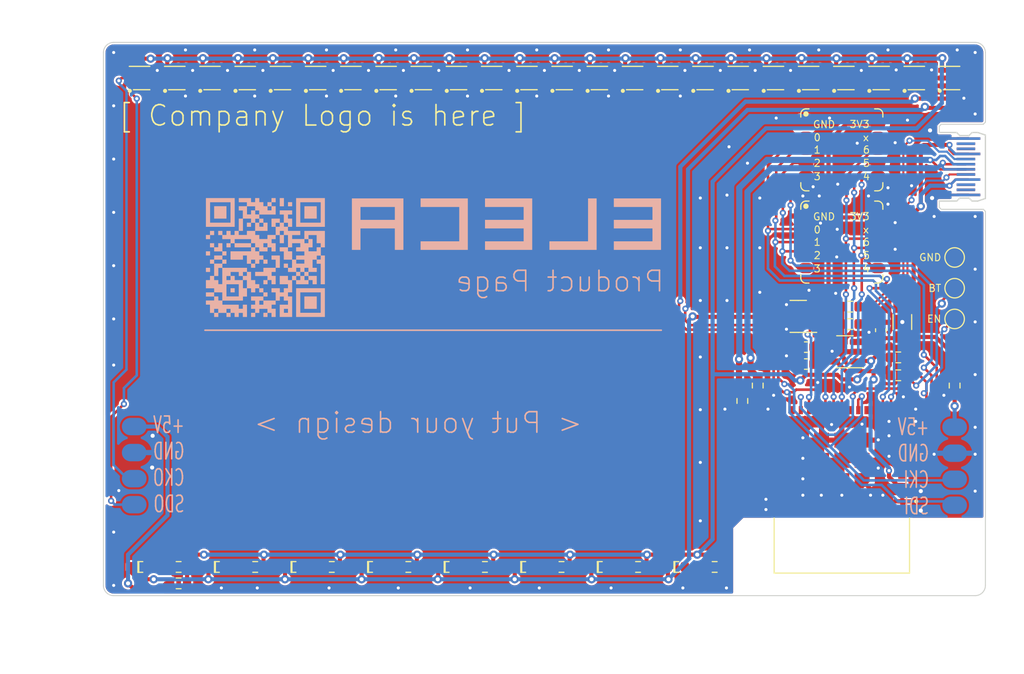
<source format=kicad_pcb>
(kicad_pcb (version 20211014) (generator pcbnew)
  (layers (0 "F.Cu" signal) (31 "B.Cu" signal) (34 "B.Paste" user) (35 "F.Paste" user) (36 "B.SilkS" user "B.Silkscreen") (37 "F.SilkS" user "F.Silkscreen") (38 "B.Mask" user) (39 "F.Mask" user) (44 "Edge.Cuts" user))
  (net 0 "")
  (net 1 "+3V3")
  (net 2 "GND")
  (net 3 "+5V")
  (net 4 "/ESP_EN")
  (net 7 "/VBUS")
  (net 8 "Net-(CN1-PadP$A5)")
  (net 9 "/D+")
  (net 10 "/D-")
  (net 16 "Net-(CN1-PadP$B5)")
  (net 27 "/EXT_CKO")
  (net 30 "/USBD-")
  (net 31 "/USBD+")
  (net 34 "/UART_RX")
  (net 35 "/UART_TX")
  (net 40 "Net-(LED1-Pad2)")
  (net 41 "Net-(LED1-Pad3)")
  (net 42 "Net-(LED2-Pad2)")
  (net 43 "Net-(LED2-Pad3)")
  (net 44 "Net-(LED3-Pad2)")
  (net 45 "Net-(LED3-Pad3)")
  (net 46 "Net-(LED4-Pad2)")
  (net 47 "Net-(LED4-Pad3)")
  (net 48 "Net-(LED5-Pad2)")
  (net 49 "Net-(LED5-Pad3)")
  (net 50 "Net-(LED6-Pad2)")
  (net 51 "Net-(LED6-Pad3)")
  (net 52 "Net-(LED7-Pad2)")
  (net 53 "Net-(LED7-Pad3)")
  (net 54 "Net-(LED8-Pad2)")
  (net 55 "Net-(LED8-Pad3)")
  (net 56 "Net-(LED10-Pad5)")
  (net 57 "Net-(LED10-Pad4)")
  (net 58 "/HD_C")
  (net 59 "/HD_D")
  (net 60 "Net-(LED11-Pad2)")
  (net 61 "Net-(LED11-Pad3)")
  (net 62 "Net-(LED12-Pad2)")
  (net 63 "Net-(LED12-Pad3)")
  (net 64 "Net-(LED13-Pad2)")
  (net 65 "Net-(LED13-Pad3)")
  (net 66 "Net-(LED14-Pad2)")
  (net 67 "Net-(LED14-Pad3)")
  (net 68 "Net-(LED15-Pad2)")
  (net 69 "Net-(LED15-Pad3)")
  (net 70 "Net-(LED16-Pad2)")
  (net 71 "Net-(LED16-Pad3)")
  (net 72 "Net-(LED17-Pad2)")
  (net 73 "Net-(LED17-Pad3)")
  (net 74 "Net-(LED18-Pad2)")
  (net 75 "Net-(LED18-Pad3)")
  (net 76 "Net-(LED19-Pad2)")
  (net 77 "Net-(LED19-Pad3)")
  (net 78 "Net-(LED21-Pad2)")
  (net 79 "Net-(LED22-Pad2)")
  (net 80 "Net-(LED23-Pad2)")
  (net 81 "Net-(LED25-Pad2)")
  (net 82 "Net-(LED26-Pad2)")
  (net 83 "Net-(LED27-Pad2)")
  (net 84 "Net-(LED28-Pad2)")
  (net 85 "/HD_D2")
  (net 86 "/HD_C2")
  (net 87 "Net-(LED21-Pad3)")
  (net 88 "Net-(LED22-Pad3)")
  (net 89 "Net-(LED23-Pad3)")
  (net 90 "/EXT_SDO")
  (net 91 "Net-(LED25-Pad1)")
  (net 92 "Net-(LED29-Pad2)")
  (net 93 "Net-(LED30-Pad2)")
  (net 94 "Net-(LED31-Pad2)")
  (net 95 "Net-(LED32-Pad2)")
  (net 96 "/IO2_")
  (net 97 "/IO3_")
  (net 98 "/IO0_")
  (net 99 "/IO1_")
  (net 100 "/IO10_CKI")
  (net 101 "/IO4_")
  (net 102 "/IO5_")
  (net 103 "/IO6_")
  (net 104 "/IO7_SDI")
  (net 105 "/IO8_WLED")
  (net 106 "/IO9_BOOT")
  (net 107 "unconnected-(J1-Pad9)")
  (net 108 "unconnected-(J2-Pad9)")
  (net 109 "Net-(J3-Pad1)")
  (net 110 "Net-(J4-Pad1)")
  (footprint "203-business-card:IN-S63AS5UW" (layer "F.Cu") (at 125.866662 127.2)
    (fp_text reference "LED25")
    (fp_text value "IN-S63AS")
  )
  (footprint "TestPoint:TestPoint_Pad_D1.5mm" (layer "F.Cu") (at 153 100 90)
    (fp_text reference "TP2" hide)
    (fp_text value "TestPoint")
  )
  (footprint "203-business-card:HD107S-2020" (layer "F.Cu") (at 100.99456 79.492893)
    (fp_text reference "LED16")
    (fp_text value "HD107S-2020")
  )
  (footprint "203-business-card:HD107S-2020" (layer "F.Cu") (at 104.428255 79.492893)
    (fp_text reference "LED15")
    (fp_text value "HD107S-2020")
  )
  (footprint "203-business-card:HD107S-2020" (layer "F.Cu") (at 76.958695 79.492893)
    (fp_text reference "LED23")
    (fp_text value "HD107S-2020")
  )
  (footprint "203-business-card:HD107S-2020" (layer "F.Cu") (at 121.59673 79.492893)
    (fp_text reference "LED10")
    (fp_text value "HD107S-2020")
  )
  (footprint "203-business-card:XCVR_ESP32-C3-MINI-1-N4" (layer "F.Cu") (at 142 119.5 180)
    (fp_text reference "IC2")
    (fp_text value "ESP32-C3-MINI-1-H4")
  )
  (footprint "203-business-card:HD107S-2020" (layer "F.Cu") (at 114.72934 79.492893)
    (fp_text reference "LED12")
    (fp_text value "HD107S-2020")
  )
  (footprint "203-business-card:R_0603_1608Metric_no_silk" (layer "F.Cu") (at 92.266665 127.2 180)
    (fp_text reference "R11")
    (fp_text value "5.1k")
  )
  (footprint "203-business-card:R_0603_1608Metric_no_silk" (layer "F.Cu") (at 129.6 127.2 180)
    (fp_text reference "R6")
    (fp_text value "5.1k")
  )
  (footprint "Resistor_SMD:R_0603_1608Metric" (layer "F.Cu") (at 133.8 109.5 -90)
    (fp_text reference "R5")
    (fp_text value "22")
  )
  (footprint "203-business-card:HD107S-2020" (layer "F.Cu") (at 87.25978 79.492893)
    (fp_text reference "LED20")
    (fp_text value "HD107S-2020")
  )
  (footprint "203-business-card:HD107S-2020" (layer "F.Cu") (at 80.39239 79.492893)
    (fp_text reference "LED22")
    (fp_text value "HD107S-2020")
  )
  (footprint "203-business-card:HD107S-2020" (layer "F.Cu") (at 107.86195 79.492893)
    (fp_text reference "LED14")
    (fp_text value "HD107S-2020")
  )
  (footprint "203-business-card:R_0603_1608Metric_no_silk" (layer "F.Cu") (at 77.333333 127.2 180)
    (fp_text reference "R13")
    (fp_text value "5.1k")
  )
  (footprint "203-business-card:HD107S-2020" (layer "F.Cu") (at 125.030425 79.492893)
    (fp_text reference "LED9")
    (fp_text value "HD107S-2020")
  )
  (footprint "203-business-card:HD107S-2020" (layer "F.Cu") (at 131.897815 79.492893)
    (fp_text reference "LED7")
    (fp_text value "HD107S-2020")
  )
  (footprint "Resistor_SMD:R_0603_1608Metric" (layer "F.Cu") (at 132.3 111 -90)
    (fp_text reference "R4")
    (fp_text value "22")
  )
  (footprint "203-business-card:HD107S-2020" (layer "F.Cu") (at 90.693475 79.492893)
    (fp_text reference "LED19")
    (fp_text value "HD107S-2020")
  )
  (footprint "203-business-card:R_0603_1608Metric_no_silk" (layer "F.Cu") (at 142.8 101.8 180)
    (fp_text reference "R3")
    (fp_text value "5.1k")
  )
  (footprint "203-business-card:IN-S63AS5UW" (layer "F.Cu") (at 95.999998 127.2)
    (fp_text reference "LED29")
    (fp_text value "IN-S63AS")
  )
  (footprint "203-business-card:R_0603_1608Metric_no_silk" (layer "F.Cu") (at 122.133329 127.2 180)
    (fp_text reference "R7")
    (fp_text value "5.1k")
  )
  (footprint "203-business-card:IN-S63AS5UW" (layer "F.Cu") (at 73.6 127.2)
    (fp_text reference "LED32")
    (fp_text value "IN-S63AS")
  )
  (footprint "203-business-card:HD107S-2020" (layer "F.Cu") (at 128.46412 79.492893)
    (fp_text reference "LED8")
    (fp_text value "HD107S-2020")
  )
  (footprint "203-business-card:HD107S-2020" (layer "F.Cu") (at 145.632595 79.492893)
    (fp_text reference "LED3")
    (fp_text value "HD107S-2020")
  )
  (footprint "203-business-card:HD107S-2020" (layer "F.Cu") (at 97.560865 79.492893)
    (fp_text reference "LED17")
    (fp_text value "HD107S-2020")
  )
  (footprint "Resistor_SMD:R_0603_1608Metric" (layer "F.Cu") (at 147.5 108.5 180)
    (fp_text reference "R1")
    (fp_text value "10k")
  )
  (footprint "203-business-card:HD107S-2020" (layer "F.Cu") (at 135.33151 79.492893)
    (fp_text reference "LED6")
    (fp_text value "HD107S-2020")
  )
  (footprint "203-business-card:HD107S-2020" (layer "F.Cu") (at 94.12717 79.492893)
    (fp_text reference "LED18")
    (fp_text value "HD107S-2020")
  )
  (footprint "203-business-card:IN-S63AS5UW" (layer "F.Cu") (at 110.93333 127.2)
    (fp_text reference "LED27")
    (fp_text value "IN-S63AS")
  )
  (footprint "Capacitor_SMD:C_0603_1608Metric" (layer "F.Cu") (at 138.5 105.75 180)
    (fp_text reference "C2")
    (fp_text value "2.2uF")
  )
  (footprint "203-business-card:C_0603_1608Metric_no_silk" (layer "F.Cu") (at 145.8 104.1 90)
    (fp_text reference "C3")
    (fp_text value "2.2uF")
  )
  (footprint "Resistor_SMD:R_1206_3216Metric" (layer "F.Cu") (at 147.9 103.3 -90)
    (fp_text reference "PL1")
    (fp_text value "SMD1206B025TF")
  )
  (footprint "203-business-card:R_0603_1608Metric_no_silk" (layer "F.Cu") (at 114.666663 127.2 180)
    (fp_text reference "R8")
    (fp_text value "5.1k")
  )
  (footprint "203-business-card:R_0603_1608Metric_no_silk" (layer "F.Cu") (at 107.199997 127.2 180)
    (fp_text reference "R9")
    (fp_text value "5.1k")
  )
  (footprint "203-business-card:hachi-8080-10pin-mount-for-ELECA" (layer "F.Cu") (at 142 86.5)
    (fp_text reference "J1")
    (fp_text value "pin_0205_CCW")
  )
  (footprint "203-business-card:R_0603_1608Metric_no_silk" (layer "F.Cu") (at 99.733331 127.2 180)
    (fp_text reference "R10")
    (fp_text value "5.1k")
  )
  (footprint "203-business-card:R_0603_1608Metric_no_silk" (layer "F.Cu") (at 142.8 103.5 180)
    (fp_text reference "R2")
    (fp_text value "5.1k")
  )
  (footprint "203-business-card:HD107S-2020" (layer "F.Cu") (at 111.295645 79.492893)
    (fp_text reference "LED13")
    (fp_text value "HD107S-2020")
  )
  (footprint "203-business-card:HD107S-2020" (layer "F.Cu") (at 138.765205 79.492893)
    (fp_text reference "LED5")
    (fp_text value "HD107S-2020")
  )
  (footprint "Resistor_SMD:R_0603_1608Metric" (layer "F.Cu") (at 77.333333 128.8)
    (fp_text reference "R16")
    (fp_text value "0")
  )
  (footprint "203-business-card:HD107S-2020" (layer "F.Cu") (at 118.163035 79.492893)
    (fp_text reference "LED11")
    (fp_text value "HD107S-2020")
  )
  (footprint "Package_TO_SOT_SMD:SOT-23-5" (layer "F.Cu") (at 142.3 106.2 180)
    (fp_text reference "IC1")
    (fp_text value "XC6220B331MR")
  )
  (footprint "203-business-card:IN-S63AS5UW" (layer "F.Cu") (at 88.533332 127.2)
    (fp_text reference "LED30")
    (fp_text value "IN-S63AS")
  )
  (footprint "Resistor_SMD:R_0603_1608Metric" (layer "F.Cu") (at 147.5 106.75 180)
    (fp_text reference "R14")
    (fp_text value "10k")
  )
  (footprint "203-business-card:hachi-8080-10pin-mount-for-ELECA" (layer "F.Cu") (at 142 95.5)
    (fp_text reference "J2")
    (fp_text value "pin_0205_CCW")
  )
  (footprint "203-business-card:HD107S-2020" (layer "F.Cu") (at 152.5 79.492893)
    (fp_text reference "LED1")
    (fp_text value "HD107S-2020")
  )
  (footprint "TestPoint:TestPoint_Pad_D1.5mm" (layer "F.Cu") (at 153 97 90)
    (fp_text reference "TP3" hide)
    (fp_text value "TestPoint")
  )
  (footprint "203-business-card:C_0603_1608Metric_no_silk" (layer "F.Cu") (at 138.5 107.4 180)
    (fp_text reference "C1")
    (fp_text value "0.1uF")
  )
  (footprint "203-business-card:IN-S63AS5UW" (layer "F.Cu") (at 118.399996 127.2)
    (fp_text reference "LED26")
    (fp_text value "IN-S63AS")
  )
  (footprint "Package_TO_SOT_SMD:SOT-23-3" (layer "F.Cu") (at 137.75 102.75 180)
    (fp_text reference "Q1")
    (fp_text value "PDTC114ET215")
  )
  (footprint "203-business-card:IN-S63AS5UW" (layer "F.Cu") (at 103.466664 127.2)
    (fp_text reference "LED28")
    (fp_text value "IN-S63AS")
  )
  (footprint "203-business-card:HD107S-2020" (layer "F.Cu") (at 149.06629 79.492893)
    (fp_text reference "LED2")
    (fp_text value "HD107S-2020")
  )
  (footprint "203-business-card:IN-S63AS5UW" (layer "F.Cu") (at 81.066666 127.2)
    (fp_text reference "LED31")
    (fp_text value "IN-S63AS")
  )
  (footprint "203-business-card:USB-C_PCBPLUG" (layer "F.Cu") (at 154.1 88.15)
    (fp_text reference "CN1" hide)
    (fp_text value "CON_USB-CPCBPLUG" hide)
    (fp_line (start 1.9 -3.095) (end 1.9 3.095) (layer "Edge.Cuts") (width 0.127))
    (fp_line (start 0.6 -3.345) (end 1.15 -3.345) (layer "Edge.Cuts") (width 0.127))
    (fp_line (start -0.6 3.055) (end 0.3 3.055) (layer "Edge.Cuts") (width 0.127))
    (fp_line (start -0.9 -3.345) (end -0.6 -3.045) (layer "Edge.Cuts") (width 0.127))
    (fp_line (start -2.6 3.345) (end -0.9 3.345) (layer "Edge.Cuts") (width 0.127))
    (fp_line (start -0.9 3.345) (end -0.6 3.055) (layer "Edge.Cuts") (width 0.127))
    (fp_line (start 1.9 3.095) (end 1.15 3.345) (layer "Edge.Cuts") (width 0.127))
    (fp_line (start -2.6 -3.345) (end -0.9 -3.345) (layer "Edge.Cuts") (width 0.127))
    (fp_line (start -0.6 -3.045) (end 0.3 -3.045) (layer "Edge.Cuts") (width 0.127))
    (fp_line (start 0.6 3.345) (end 1.15 3.345) (layer "Edge.Cuts") (width 0.127))
    (fp_line (start 0.3 -3.045) (end 0.6 -3.345) (layer "Edge.Cuts") (width 0.127))
    (fp_line (start 0.3 3.055) (end 0.6 3.345) (layer "Edge.Cuts") (width 0.127))
    (fp_line (start 1.15 -3.345) (end 1.9 -3.095) (layer "Edge.Cuts") (width 0.127))
  )
  (footprint "203-business-card:HD107S-2020" (layer "F.Cu") (at 73.525 79.492893)
    (fp_text reference "LED24")
    (fp_text value "HD107S-2020")
  )
  (footprint "203-business-card:HD107S-2020" (layer "F.Cu") (at 83.826085 79.492893)
    (fp_text reference "LED21")
    (fp_text value "HD107S-2020")
  )
  (footprint "203-business-card:R_0603_1608Metric_no_silk" (layer "F.Cu") (at 84.799999 127.2 180)
    (fp_text reference "R12")
    (fp_text value "5.1k")
  )
  (footprint "Resistor_SMD:R_0603_1608Metric" (layer "F.Cu") (at 153 109.5 90)
    (fp_text reference "R15")
    (fp_text value "0")
  )
  (footprint "203-business-card:HD107S-2020" (layer "F.Cu") (at 142.1989 79.492893)
    (fp_text reference "LED4")
    (fp_text value "HD107S-2020")
  )
  (footprint "TestPoint:TestPoint_Pad_D1.5mm" (layer "F.Cu") (at 153 103 90)
    (fp_text reference "TP1" hide)
    (fp_text value "TestPoint")
  )
  (footprint "203-business-card:1×04_pinhead_smd" (layer "B.Cu") (at 153 113.56 180)
    (fp_text reference "J4")
    (fp_text value "Conn_01x04_Male")
  )
  (footprint "203-business-card:logo-eleca" (layer "B.Cu") (at 109.3 93.75 180)
    (fp_text reference "Ge")
    (fp_text value "LOGO" hide)
  )
  (footprint "203-business-card:qr_work_eleca_14mm" (layer "B.Cu") (at 85.8 97 180)
    (fp_text reference "G***" hide)
    (fp_text value "LOGO" hide)
  )
  (footprint "203-business-card:1×04_pinhead_smd" (layer "B.Cu") (at 73 113.5 180)
    (fp_text reference "J3")
    (fp_text value "Conn_01x04_Male")
  )
  (gr_line (start 79.9 104.1) (end 124.4 104.1) (layer "B.SilkS") (width 0.15))
  (gr_line (start 156 83.8) (end 155.8 84) (layer "Edge.Cuts") (width 0.1))
  (gr_line (start 151.7 84) (end 151.5 84.2) (layer "Edge.Cuts") (width 0.1))
  (gr_line (start 151.5 92.1) (end 151.5 91.495) (layer "Edge.Cuts") (width 0.1))
  (gr_arc (start 70 77.012893) (mid 70.292893 76.305786) (end 71 76.012893) (layer "Edge.Cuts") (width 0.1))
  (gr_line (start 151.5 92.1) (end 151.7 92.3) (layer "Edge.Cuts") (width 0.1))
  (gr_arc (start 156 129) (mid 155.707107 129.707107) (end 155 130) (layer "Edge.Cuts") (width 0.1))
  (gr_line (start 71 130) (end 155 130) (layer "Edge.Cuts") (width 0.1))
  (gr_line (start 155.8 92.3) (end 156 92.5) (layer "Edge.Cuts") (width 0.1))
  (gr_line (start 156 92.5) (end 156 129) (layer "Edge.Cuts") (width 0.1))
  (gr_line (start 155 76.012893) (end 71 76.012893) (layer "Edge.Cuts") (width 0.1))
  (gr_line (start 70 77.012893) (end 70 129) (layer "Edge.Cuts") (width 0.1))
  (gr_arc (start 71 130) (mid 70.292893 129.707107) (end 70 129) (layer "Edge.Cuts") (width 0.1))
  (gr_line (start 151.5 84.805) (end 151.5 84.2) (layer "Edge.Cuts") (width 0.1))
  (gr_arc (start 155 76.012893) (mid 155.707107 76.305786) (end 156 77.012893) (layer "Edge.Cuts") (width 0.1))
  (gr_line (start 151.7 92.3) (end 155.8 92.3) (layer "Edge.Cuts") (width 0.1))
  (gr_line (start 156 83.8) (end 156 77.012893) (layer "Edge.Cuts") (width 0.1))
  (gr_line (start 155.8 84) (end 151.7 84) (layer "Edge.Cuts") (width 0.1))
  (gr_text "Product Page" (at 124.8 100.5) (layer "B.SilkS") (effects (font (size 2 2) (thickness 0.154432)) (justify left bottom mirror)))
  (gr_text "< Put your design >" (at 116.84 114.3) (layer "B.SilkS") (effects (font (size 2 2) (thickness 0.154432)) (justify left bottom mirror)))
  (gr_text "+5V\nGND\nCKI\nSDI" (at 150.6 122.2) (layer "B.SilkS") (effects (font (size 1.6 1) (thickness 0.154432)) (justify left bottom mirror)))
  (gr_text "+5V\nGND\nCKO\nSDO" (at 78 122) (layer "B.SilkS") (effects (font (size 1.6 1) (thickness 0.154432)) (justify left bottom mirror)))
  (gr_text "GND" (at 151.75 97) (layer "F.SilkS") (effects (font (size 0.7 0.7) (thickness 0.1)) (justify right)))
  (gr_text "EN" (at 151.75 103) (layer "F.SilkS") (effects (font (size 0.7 0.7) (thickness 0.1)) (justify right)))
  (gr_text "BT" (at 151.75 100) (layer "F.SilkS") (effects (font (size 0.7 0.7) (thickness 0.1)) (justify right)))
  (gr_text "[ Company Logo is here ]" (at 71.374 84.328) (layer "F.SilkS") (effects (font (size 2 2) (thickness 0.154432)) (justify left bottom)))
  (segment (start 145.96 93) (end 146 92.96) (width 0.25) (layer "F.Cu") (net 1))
  (segment (start 145.1 108.1) (end 146.275 108.1) (width 0.4) (layer "F.Cu") (net 1))
  (segment (start 139.525 107.15) (end 139.275 107.4) (width 0.4) (layer "F.Cu") (net 1))
  (segment (start 140.7 93.1) (end 145.86 93.1) (width 0.4) (layer "F.Cu") (net 1))
  (segment (start 146.1 108.1) (end 146.675 107.525) (width 0.4) (layer "F.Cu") (net 1))
  (segment (start 146 83.96) (end 145.76 83.96) (width 0.25) (layer "F.Cu") (net 1))
  (segment (start 146.275 108.1) (end 146.675 108.5) (width 0.4) (layer "F.Cu") (net 1))
  (segment (start 147.4 119.2) (end 146.6 118.4) (width 0.4) (layer "F.Cu") (net 1))
  (segment (start 141.45 107.15) (end 142.4 108.1) (width 0.4) (layer "F.Cu") (net 1))
  (segment (start 145.96 84) (end 146 83.96) (width 0.25) (layer "F.Cu") (net 1))
  (segment (start 140.7 104) (end 139.275 105.425) (width 0.4) (layer "F.Cu") (net 1))
  (segment (start 145.1 108.9) (end 145.1 108.1) (width 0.4) (layer "F.Cu") (net 1))
  (segment (start 146.675 107.525) (end 146.675 107) (width 0.4) (layer "F.Cu") (net 1))
  (segment (start 140.7 93.1) (end 140.7 104) (width 0.4) (layer "F.Cu") (net 1))
  (segment (start 141.1625 107.15) (end 139.525 107.15) (width 0.4) (layer "F.Cu") (net 1))
  (segment (start 139.275 105.425) (end 139.275 105.7) (width 0.4) (layer "F.Cu") (net 1))
  (segment (start 142.4 108.1) (end 145.1 108.1) (width 0.4) (layer "F.Cu") (net 1))
  (segment (start 140.7 85.7) (end 140.7 93.1) (width 0.4) (layer "F.Cu") (net 1))
  (segment (start 145.86 93.1) (end 146 92.96) (width 0.4) (layer "F.Cu") (net 1))
  (segment (start 147.9 119.2) (end 147.4 119.2) (width 0.4) (layer "F.Cu") (net 1))
  (segment (start 145.76 93.2) (end 146 92.96) (width 0.4) (layer "F.Cu") (net 1))
  (segment (start 142.44 83.96) (end 145.76 83.96) (width 0.4) (layer "F.Cu") (net 1))
  (segment (start 139.275 107.4) (end 139.275 105.7) (width 0.4) (layer "F.Cu") (net 1))
  (segment (start 142.44 83.96) (end 140.7 85.7) (width 0.4) (layer "F.Cu") (net 1))
  (segment (start 145.1 108.1) (end 146.1 108.1) (width 0.4) (layer "F.Cu") (net 1))
  (segment (start 141.1625 107.15) (end 141.45 107.15) (width 0.4) (layer "F.Cu") (net 1))
  (segment (start 146.6 118.4) (end 146.6 117.8) (width 0.4) (layer "F.Cu") (net 1))
  (via (at 146.6 117.8) (size 0.6) (drill 0.3) (layers "F.Cu" "B.Cu") (net 1))
  (via (at 145.1 108.9) (size 0.8) (drill 0.4) (layers "F.Cu" "B.Cu") (net 1))
  (segment (start 145.1 108.9) (end 144.8 109.2) (width 0.4) (layer "B.Cu") (net 1))
  (segment (start 144.8 109.2) (end 144.8 115.75) (width 0.4) (layer "B.Cu") (net 1))
  (segment (start 146.6 117.55) (end 146.6 117.8) (width 0.4) (layer "B.Cu") (net 1))
  (segment (start 144.8 115.75) (end 146.6 117.55) (width 0.4) (layer "B.Cu") (net 1))
  (segment (start 151.1 90.9) (end 154.35 90.9) (width 0.25) (layer "F.Cu") (net 2))
  (segment (start 150.6 84.6) (end 151.391004 85.391004) (width 0.25) (layer "F.Cu") (net 2))
  (segment (start 151.391004 85.391004) (end 152.6 85.391004) (width 0.25) (layer "F.Cu") (net 2))
  (segment (start 150.8 91.2) (end 151.1 90.9) (width 0.25) (layer "F.Cu") (net 2))
  (segment (start 144.8 119.6) (end 144.8 120.2) (width 0.4) (layer "F.Cu") (net 2))
  (segment (start 143.975 118.775) (end 144.8 119.6) (width 0.4) (layer "F.Cu") (net 2))
  (segment (start 154.35 85.4) (end 152.6 85.4) (width 0.25) (layer "F.Cu") (net 2))
  (via (at 138.2 118.6) (size 0.6) (drill 0.3) (layers "F.Cu" "B.Cu") (net 2))
  (via (at 128.2 101.2) (size 0.6) (drill 0.3) (layers "F.Cu" "B.Cu") (net 2))
  (via (at 143.966589 113.266589) (size 0.6) (drill 0.3) (layers "F.Cu" "B.Cu") (net 2))
  (via (at 136.6 101.6) (size 0.6) (drill 0.3) (layers "F.Cu" "B.Cu") (net 2))
  (via (at 151 116.2) (size 0.6) (drill 0.3) (layers "F.Cu" "B.Cu") (net 2))
  (via (at 141.05 106.15) (size 0.6) (drill 0.3) (layers "F.Cu" "B.Cu") (net 2))
  (via (at 119.85 78.75) (size 0.6) (drill 0.3) (layers "F.Cu" "B.Cu") (net 2))
  (via (at 95.85 78.75) (size 0.6) (drill 0.3) (layers "F.Cu" "B.Cu") (net 2))
  (via (at 148.4 83.6) (size 0.6) (drill 0.3) (layers "F.Cu" "B.Cu") (net 2))
  (via (at 142.75 109.65) (size 0.6) (drill 0.3) (layers "F.Cu" "B.Cu") (net 2))
  (via (at 130.6 111.8) (size 0.6) (drill 0.3) (layers "F.Cu" "B.Cu") (net 2))
  (via (at 138.2 91) (size 0.6) (drill 0.3) (layers "F.Cu" "B.Cu") (net 2))
  (via (at 138.2 116.6) (size 0.6) (drill 0.3) (layers "F.Cu" "B.Cu") (net 2))
  (via (at 142 120.2) (size 0.6) (drill 0.3) (layers "F.Cu" "B.Cu") (net 2))
  (via (at 139.8 91) (size 0.6) (drill 0.3) (layers "F.Cu" "B.Cu") (net 2))
  (via (at 91.75 81.25) (size 0.6) (drill 0.3) (layers "F.Cu" "B.Cu") (net 2))
  (via (at 71 82.2) (size 0.6) (drill 0.3) (layers "F.Cu" "B.Cu") (net 2))
  (via (at 84.75 76.75) (size 0.6) (drill 0.3) (layers "F.Cu" "B.Cu") (net 2))
  (via (at 144.6 91) (size 0.6) (drill 0.3) (layers "F.Cu" "B.Cu") (net 2))
  (via (at 155 108.428571) (size 0.6) (drill 0.3) (layers "F.Cu" "B.Cu") (net 2))
  (via (at 136.6 106.6) (size 0.6) (drill 0.3) (layers "F.Cu" "B.Cu") (net 2))
  (via (at 99.25 78.75) (size 0.6) (drill 0.3) (layers "F.Cu" "B.Cu") (net 2))
  (via (at 144.65 104.3) (size 0.6) (drill 0.3) (layers "F.Cu" "B.Cu") (net 2))
  (via (at 147.2 85.8) (size 0.6) (drill 0.3) (layers "F.Cu" "B.Cu") (net 2))
  (via (at 71 107.5) (size 0.6) (drill 0.3) (layers "F.Cu" "B.Cu") (net 2))
  (via (at 71 97.8) (size 0.6) (drill 0.3) (layers "F.Cu" "B.Cu") (net 2))
  (via (at 126.25 81.25) (size 0.6) (drill 0.3) (layers "F.Cu" "B.Cu") (net 2))
  (via (at 148.8 90) (size 0.6) (drill 0.3) (layers "F.Cu" "B.Cu") (net 2))
  (via (at 150.8 91.2) (size 0.8) (drill 0.4) (layers "F.Cu" "B.Cu") (net 2))
  (via (at 98.5 81.25) (size 0.6) (drill 0.3) (layers "F.Cu" "B.Cu") (net 2))
  (via (at 112.5 129.25) (size 0.6) (drill 0.3) (layers "F.Cu" "B.Cu") (net 2))
  (via (at 155 116.2) (size 0.6) (drill 0.3) (layers "F.Cu" "B.Cu") (net 2))
  (via (at 153.9005 81.46129) (size 0.6) (drill 0.3) (layers "F.Cu" "B.Cu") (net 2))
  (via (at 92.4 78.75) (size 0.6) (drill 0.3) (layers "F.Cu" "B.Cu") (net 2))
  (via (at 128.2 91.2) (size 0.6) (drill 0.3) (layers "F.Cu" "B.Cu") (net 2))
  (via (at 112.25 81.25) (size 0.6) (drill 0.3) (layers "F.Cu" "B.Cu") (net 2))
  (via (at 141 113.3) (size 0.6) (drill 0.3) (layers "F.Cu" "B.Cu") (net 2))
  (via (at 135.35 110.45) (size 0.6) (drill 0.3) (layers "F.Cu" "B.Cu") (net 2))
  (via (at 151.95 110.45) (size 0.6) (drill 0.3) (layers "F.Cu" "B.Cu") (net 2))
  (via (at 146.5 91.8) (size 0.6) (drill 0.3) (layers "F.Cu" "B.Cu") (net 2))
  (via (at 155 119.8) (size 0.6) (drill 0.3) (layers "F.Cu" "B.Cu") (net 2))
  (via (at 150.75 78.7) (size 0.6) (drill 0.3) (layers "F.Cu" "B.Cu") (net 2))
  (via (at 133.55 78.75) (size 0.6) (drill 0.3) (layers "F.Cu" "B.Cu") (net 2))
  (via (at 78 76.75) (size 0.6) (drill 0.3) (layers "F.Cu" "B.Cu") (net 2))
  (via (at 153.25 76.75) (size 0.6) (drill 0.3) (layers "F.Cu" "B.Cu") (net 2))
  (via (at 134 91.2) (size 0.6) (drill 0.3) (layers "F.Cu" "B.Cu") (net 2))
  (via (at 147.2 93.6) (size 0.6) (drill 0.3) (layers "F.Cu" "B.Cu") (net 2))
  (via (at 132.8 87.8) (size 0.6) (drill 0.3) (layers "F.Cu" "B.Cu") (net 2))
  (via (at 155 83) (size 0.6) (drill 0.3) (layers "F.Cu" "B.Cu") (net 2))
  (via (at 149.7 121.7) (size 0.8) (drill 0.4) (layers "F.Cu" "B.Cu") (net 2))
  (via (at 130.8 101.2) (size 0.6) (drill 0.3) (layers "F.Cu" "B.Cu") (net 2))
  (via (at 145.55 117.55) (size 0.6) (drill 0.3) (layers "F.Cu" "B.Cu") (net 2))
  (via (at 149.2 111.8) (size 0.6) (drill 0.3) (layers "F.Cu" "B.Cu") (net 2))
  (via (at 137 78.75) (size 0.6) (drill 0.3) (layers "F.Cu" "B.Cu") (net 2))
  (via (at 139.65 109.2) (size 0.6) (drill 0.3) (layers "F.Cu" "B.Cu") (net 2))
  (via (at 82.1 78.75) (size 0.6) (drill 0.3) (layers "F.Cu" "B.Cu") (net 2))
  (via (at 128.2 106.714286) (size 0.6) (drill 0.3) (layers "F.Cu" "B.Cu") (net 2))
  (via (at 84.75 81.25) (size 0.6) (drill 0.3) (layers "F.Cu" "B.Cu") (net 2))
  (via (at 138.8 100.2) (size 0.6) (drill 0.3) (layers "F.Cu" "B.Cu") (net 2))
  (via (at 146.6 113) (size 0.6) (drill 0.3) (layers "F.Cu" "B.Cu") (net 2))
  (via (at 146 120.2) (size 0.6) (drill 0.3) (layers "F.Cu" "B.Cu") (net 2))
  (via (at 134 96.057143) (size 0.6) (drill 0.3) (layers "F.Cu" "B.Cu") (net 2))
  (via (at 146.5 76.75) (size 0.6) (drill 0.3) (layers "F.Cu" "B.Cu") (net 2))
  (via (at 139.92 93.65) (size 0.6) (drill 0.3) (layers "F.Cu" "B.Cu") (net 2))
  (via (at 151 93) (size 0.6) (drill 0.3) (layers "F.Cu" "B.Cu") (net 2))
  (via (at 148 110.6) (size 0.6) (drill 0.3) (layers "F.Cu" "B.Cu") (net 2))
  (via (at 71 129) (size 0.6) (drill 0.3) (layers "F.Cu" "B.Cu") (net 2))
  (via (at 71 103) (size 0.6) (drill 0.3) (layers "F.Cu" "B.Cu") (net 2))
  (via (at 126.7 78.75) (size 0.6) (drill 0.3) (layers "F.Cu" "B.Cu") (net 2))
  (via (at 71 87.4) (size 0.6) (drill 0.3) (layers "F.Cu" "B.Cu") (net 2))
  (via (at 147.3 78.7) (size 0.6) (drill 0.3) (layers "F.Cu" "B.Cu") (net 2))
  (via (at 71 77) (size 0.6) (drill 0.3) (layers "F.Cu" "B.Cu") (net 2))
  (via (at 112.25 76.75) (size 0.6) (drill 0.3) (layers "F.Cu" "B.Cu") (net 2))
  (via (at 128.2 117) (size 0.6) (drill 0.3) (layers "F.Cu" "B.Cu") (net 2))
  (via (at 134.6 121.6) (size 0.6) (drill 0.3) (layers "F.Cu" "B.Cu") (net 2))
  (via (at 130.8 90.914286) (size 0.6) (drill 0.3) (layers "F.Cu" "B.Cu") (net 2))
  (via (at 126.25 76.75) (size 0.6) (drill 0.3) (layers "F.Cu" "B.Cu") (net 2))
  (via (at 92 129.25) (size 0.6) (drill 0.3) (layers "F.Cu" "B.Cu") (net 2))
  (via (at 150.6 84.6) (size 0.8) (drill 0.4) (layers "F.Cu" "B.Cu") (net 2))
  (via (at 134.6 120.6) (size 0.6) (drill 0.3) (layers "F.Cu" "B.Cu") (net 2))
  (via (at 126.5 129.25) (size 0.6) (drill 0.3) (layers "F.Cu" "B.Cu") (net 2))
  (via (at 105.5 81.25) (size 0.6) (drill 0.3) (layers "F.Cu" "B.Cu") (net 2))
  (via (at 147.2 96.2) (size 0.6) (drill 0.3) (layers "F.Cu" "B.Cu") (net 2))
  (via (at 133 76.75) (size 0.6) (drill 0.3) (layers "F.Cu" "B.Cu") (net 2))
  (via (at 74.75 117.5) (size 0.8) (drill 0.4) (layers "F.Cu" "B.Cu") (net 2))
  (via (at 155 93) (size 0.6) (drill 0.3) (layers "F.Cu" "B.Cu") (net 2))
  (via (at 134.8 111.8) (size 0.6) (drill 0.3) (layers "F.Cu" "B.Cu") (net 2))
  (via (at 75.25 78.75) (size 0.6) (drill 0.3) (layers "F.Cu" "B.Cu") (net 2))
  (via (at 116.4 78.75) (size 0.6) (drill 0.3) (layers "F.Cu" "B.Cu") (net 2))
  (via (at 134 100.4) (size 0.6) (drill 0.3) (layers "F.Cu" "B.Cu") (net 2))
  (via (at 155 103.285714) (size 0.6) (drill 0.3) (layers "F.Cu" "B.Cu") (net 2))
  (via (at 146.6 114.4) (size 0.6) (drill 0.3) (layers "F.Cu" "B.Cu") (net 2))
  (via (at 136.6 104) (size 0.6) (drill 0.3) (layers "F.Cu" "B.Cu") (net 2))
  (via (at 139.75 76.75) (size 0.6) (drill 0.3) (layers "F.Cu" "B.Cu") (net 2))
  (via (at 119.25 76.75) (size 0.6) (drill 0.3) (layers "F.Cu" "B.Cu") (net 2))
  (via (at 105.5 76.75) (size 0.6) (drill 0.3) (layers "F.Cu" "B.Cu") (net 2))
  (via (at 128.2 122.7) (size 0.6) (drill 0.3) (layers "F.Cu" "B.Cu") (net 2))
  (via (at 78.7 78.75) (size 0.6) (drill 0.3) (layers "F.Cu" "B.Cu") (net 2))
  (via (at 130.8 96.057143) (size 0.6) (drill 0.3) (layers "F.Cu" "B.Cu") (net 2))
  (via (at 141.55 94.25) (size 0.6) (drill 0.3) (layers "F.Cu" "B.Cu") (net 2))
  (via (at 81.5 129.25) (size 0.6) (drill 0.3) (layers "F.Cu" "B.Cu") (net 2))
  (via (at 135.6 83.4) (size 0.6) (drill 0.3) (layers "F.Cu" "B.Cu") (net 2))
  (via (at 119.5 129.25) (size 0.6) (drill 0.3) (layers "F.Cu" "B.Cu") (net 2))
  (via (at 138.2 120.2) (size 0.6) (drill 0.3) (layers "F.Cu" "B.Cu") (net 2))
  (via (at 74.8 114.4) (size 0.8) (drill 0.4) (layers "F.Cu" "B.Cu") (net 2))
  (via (at 71 123.8) (size 0.6) (drill 0.3) (layers "F.Cu" "B.Cu") (net 2))
  (via (at 155 77) (size 0.6) (drill 0.3) (layers "F.Cu" "B.Cu") (net 2))
  (via (at 155 113.571428) (size 0.6) (drill 0.3) (layers "F.Cu" "B.Cu") (net 2))
  (via (at 78 81.25) (size 0.6) (drill 0.3) (layers "F.Cu" "B.Cu") (net 2))
  (via (at 130.75 129.25) (size 0.6) (drill 0.3) (layers "F.Cu" "B.Cu") (net 2))
  (via (at 98.75 129.25) (size 0.6) (drill 0.3) (layers "F.Cu" "B.Cu") (net 2))
  (via (at 98.5 76.75) (size 0.6) (drill 0.3) (layers "F.Cu" "B.Cu") (net 2))
  (via (at 141.5 96.95) (size 0.6) (drill 0.3) (layers "F.Cu" "B.Cu") (net 2))
  (via (at 139.2 90.1) (size 0.6) (drill 0.3) (layers "F.Cu" "B.Cu") (net 2))
  (via (at 149.7 119.8) (size 0.8) (drill 0.4) (layers "F.Cu" "B.Cu") (net 2))
  (via (at 138.2 114.6) (size 0.6) (drill 0.3) (layers "F.Cu" "B.Cu") (net 2))
  (via (at 71.5 119.75) (size 0.6) (drill 0.3) (layers "F.Cu" "B.Cu") (net 2))
  (via (at 131 86.2) (size 0.6) (drill 0.3) (layers "F.Cu" "B.Cu") (net 2))
  (via (at 109.55 78.75) (size 0.6) (drill 0.3) (layers "F.Cu" "B.Cu") (net 2))
  (via (at 146.6 116.4) (size 0.6) (drill 0.3) (layers "F.Cu" "B.Cu") (net 2))
  (via (at 140 120.2) (size 0.6) (drill 0.3) (layers "F.Cu" "B.Cu") (net 2))
  (via (at 113 78.75) (size 0.6) (drill 0.3) (layers "F.Cu" "B.Cu") (net 2))
  (via (at 147.9 103.3) (size 0.8) (drill 0.4) (layers "F.Cu" "B.Cu") (net 2))
  (via (at 141.4 100.5) (size 0.6) (drill 0.3) (layers "F.Cu" "B.Cu") (net 2))
  (via (at 155 98.142857) (size 0.6) (drill 0.3) (layers "F.Cu" "B.Cu") (net 2))
  (via (at 141.6 89.85) (size 0.6) (drill 0.3) (layers "F.Cu" "B.Cu") (net 2))
  (via (at 143.9 78.75) (size 0.6) (drill 0.3) (layers "F.Cu" "B.Cu") (net 2))
  (via (at 146.5 90.2) (size 0.6) (drill 0.3) (layers "F.Cu" "B.Cu") (net 2))
  (via (at 145.55 114.8) (size 0.6) (drill 0.3) (layers "F.Cu" "B.Cu") (net 2))
  (via (at 85 129.25) (size 0.6) (drill 0.3) (layers "F.Cu" "B.Cu") (net 2))
  (via (at 130.15 78.75) (size 0.6) (drill 0.3) (layers "F.Cu" "B.Cu") (net 2))
  (via (at 144.8 120.2) (size 0.6) (drill 0.3) (layers "F.Cu" "B.Cu") (net 2))
  (via (at 119.25 81.25) (size 0.6) (drill 0.3) (layers "F.Cu" "B.Cu") (net 2))
  (via (at 128.2 111.857143) (size 0.6) (drill 0.3) (layers "F.Cu" "B.Cu") (net 2))
  (via (at 143.5 85.85) (size 0.6) (drill 0.3) (layers "F.Cu" "B.Cu") (net 2))
  (via (at 71 92.6) (size 0.6) (drill 0.3) (layers "F.Cu" "B.Cu") (net 2))
  (via (at 149.2 113) (size 0.6) (drill 0.3) (layers "F.Cu" "B.Cu") (net 2))
  (via (at 102.7 78.75) (size 0.6) (drill 0.3) (layers "F.Cu" "B.Cu") (net 2))
  (via (at 140.8 83.4) (size 0.6) (drill 0.3) (layers "F.Cu" "B.Cu") (net 2))
  (via (at 128.2 96.057143) (size 0.6) (drill 0.3) (layers "F.Cu" "B.Cu") (net 2))
  (via (at 105.75 129.25) (size 0.6) (drill 0.3) (layers "F.Cu" "B.Cu") (net 2))
  (via (at 85.55 78.75) (size 0.6) (drill 0.3) (layers "F.Cu" "B.Cu") (net 2))
  (via (at 91.75 76.75) (size 0.6) (drill 0.3) (layers "F.Cu" "B.Cu") (net 2))
  (segment (start 150.6 84.6) (end 150.6 84.782008) (width 0.25) (layer "B.Cu") (net 2))
  (segment (start 150.6 84.782008) (end 151.208996 85.391004) (width 0.25) (layer "B.Cu") (net 2))
  (segment (start 151.208996 85.391004) (end 154.341004 85.391004) (width 0.25) (layer "B.Cu") (net 2))
  (segment (start 154.341004 85.391004) (end 154.35 85.4) (width 0.25) (layer "B.Cu") (net 2))
  (segment (start 151.1 90.9) (end 154.35 90.9) (width 0.25) (layer "B.Cu") (net 2))
  (segment (start 150.8 91.2) (end 151.1 90.9) (width 0.25) (layer "B.Cu") (net 2))
  (segment (start 127.9 126) (end 123 126) (width 0.4) (layer "F.Cu") (net 3))
  (segment (start 131.2 77.554214) (end 131.175 77.579214) (width 0.4) (layer "F.Cu") (net 3))
  (segment (start 141.45 77.589607) (end 141.45 78.75125) (width 0.4) (layer "F.Cu") (net 3))
  (segment (start 72.775 78.025) (end 72.775 78.740857) (width 0.4) (layer "F.Cu") (net 3))
  (segment (start 85.608329 127.2) (end 85.608329 126.041671) (width 0.4) (layer "F.Cu") (net 3))
  (segment (start 145.8 104.875) (end 147.7875 104.875) (width 0.4) (layer "F.Cu") (net 3))
  (segment (start 107.175 77.554214) (end 107.15 77.579214) (width 0.4) (layer "F.Cu") (net 3))
  (segment (start 145.8 106.15) (end 145.8 104.875) (width 0.4) (layer "F.Cu") (net 3))
  (segment (start 117.425 77.579214) (end 117.425 78.740857) (width 0.4) (layer "F.Cu") (net 3))
  (segment (start 153 106.6) (end 153 108.675) (width 0.4) (layer "F.Cu") (net 3))
  (segment (start 110.6 77.539607) (end 110.575 77.564607) (width 0.4) (layer "F.Cu") (net 3))
  (segment (start 144.85 107.1) (end 143.4875 107.1) (width 0.4) (layer "F.Cu") (net 3))
  (segment (start 93.4 77.579214) (end 93.4 78.740857) (width 0.4) (layer "F.Cu") (net 3))
  (segment (start 127.75 77.554214) (end 127.725 77.579214) (width 0.4) (layer "F.Cu") (net 3))
  (segment (start 124.325 77.539607) (end 124.3 77.564607) (width 0.4) (layer "F.Cu") (net 3))
  (segment (start 137.95 109) (end 138.5 108.45) (width 0.4) (layer "F.Cu") (net 3))
  (segment (start 86.525 77.554214) (end 86.5 77.579214) (width 0.4) (layer "F.Cu") (net 3))
  (segment (start 89.95 77.579214) (end 89.95 78.740857) (width 0.4) (layer "F.Cu") (net 3))
  (segment (start 79.675 77.579214) (end 79.675 78.740857) (width 0.4) (layer "F.Cu") (net 3))
  (segment (start 103.7 77.579214) (end 103.7 78.740857) (width 0.4) (layer "F.Cu") (net 3))
  (segment (start 143.4375 105.25) (end 143.5875 105.1) (width 0.4) (layer "F.Cu") (net 3))
  (segment (start 100.558329 127.2) (end 100.558329 126.041671) (width 0.4) (layer "F.Cu") (net 3))
  (segment (start 130 126) (end 130.425 126.425) (width 0.4) (layer "F.Cu") (net 3))
  (segment (start 83.125 77.539607) (end 83.1 77.564607) (width 0.4) (layer "F.Cu") (net 3))
  (segment (start 120.875 77.579214) (end 120.875 78.740857) (width 0.4) (layer "F.Cu") (net 3))
  (segment (start 151.775 77.575) (end 151.775 78.736643) (width 0.4) (layer "F.Cu") (net 3))
  (segment (start 78.108329 126.491671) (end 78.108329 127.2) (width 0.4) (layer "F.Cu") (net 3))
  (segment (start 114 77.554214) (end 113.975 77.579214) (width 0.4) (layer "F.Cu") (net 3))
  (segment (start 122.958329 127.2) (end 122.958329 126.041671) (width 0.4) (layer "F.Cu") (net 3))
  (segment (start 134.65 77.554214) (end 134.625 77.579214) (width 0.4) (layer "F.Cu") (net 3))
  (segment (start 138.075 77.539607) (end 138.05 77.564607) (width 0.4) (layer "F.Cu") (net 3))
  (segment (start 127.9 126) (end 130 126) (width 0.4) (layer "F.Cu") (net 3))
  (segment (start 93.425 77.554214) (end 93.4 77.579214) (width 0.4) (layer "F.Cu") (net 3))
  (segment (start 79.7 77.554214) (end 79.675 77.579214) (width 0.4) (layer "F.Cu") (net 3))
  (segment (start 122.958329 126.041671) (end 123 126) (width 0.4) (layer "F.Cu") (net 3))
  (segment (start 83.1 77.564607) (end 83.1 78.72625) (width 0.4) (layer "F.Cu") (net 3))
  (segment (start 145.575 105.1) (end 145.8 104.875) (width 0.4) (layer "F.Cu") (net 3))
  (segment (start 96.85 77.539607) (end 96.825 77.564607) (width 0.4) (layer "F.Cu") (net 3))
  (segment (start 73.2 77.6) (end 72.775 78.025) (width 0.4) (layer "F.Cu") (net 3))
  (segment (start 79.8 126) (end 78.6 126) (width 0.4) (layer "F.Cu") (net 3))
  (segment (start 108.008329 127.2) (end 108.008329 126.041671) (width 0.4) (layer "F.Cu") (net 3))
  (segment (start 124.3 77.564607) (end 124.3 78.72625) (width 0.4) (layer "F.Cu") (net 3))
  (segment (start 86.5 77.579214) (end 86.5 78.740857) (width 0.4) (layer "F.Cu") (net 3))
  (segment (start 113.975 77.579214) (end 113.975 78.740857) (width 0.4) (layer "F.Cu") (net 3))
  (segment (start 138.05 77.564607) (end 138.05 78.72625) (width 0.4) (layer "F.Cu") (net 3))
  (segment (start 89.975 77.554214) (end 89.95 77.579214) (width 0.4) (layer "F.Cu") (net 3))
  (segment (start 78.158333 128.8) (end 78.158333 127.2) (width 0.4) (layer "F.Cu") (net 3))
  (segment (start 115.458329 126.041671) (end 115.5 126) (width 0.4) (layer "F.Cu") (net 3))
  (segment (start 142 108.9) (end 143.5 108.9) (width 0.4) (layer "F.Cu") (net 3))
  (segment (start 148.375 77.564607) (end 148.35 77.589607) (width 0.4) (layer "F.Cu") (net 3))
  (segment (start 147.9 104.7625) (end 151.1625 104.7625) (width 0.4) (layer "F.Cu") (net 3))
  (segment (start 100.558329 126.041671) (end 100.6 126) (width 0.4) (layer "F.Cu") (net 3))
  (segment (start 148.35 77.589607) (end 148.35 78.75125) (width 0.4) (layer "F.Cu") (net 3))
  (segment (start 143.5875 105.1) (end 145.575 105.1) (width 0.4) (layer "F.Cu") (net 3))
  (segment (start 130.425 126.425) (end 130.425 127.2) (width 0.4) (layer "F.Cu") (net 3))
  (segment (start 143.4875 107.1) (end 143.4375 107.15) (width 0.4) (layer "F.Cu") (net 3))
  (segment (start 93.058329 127.2) (end 93.058329 126.041671) (width 0.4) (layer "F.Cu") (net 3))
  (segment (start 151.8 77.55) (end 151.775 77.575) (width 0.4) (layer "F.Cu") (net 3))
  (segment (start 120.9 77.554214) (end 120.875 77.579214) (width 0.4) (layer "F.Cu") (net 3))
  (segment (start 96.825 77.564607) (end 96.825 78.72625) (width 0.4) (layer "F.Cu") (net 3))
  (segment (start 141.475 77.564607) (end 141.45 77.589607) (width 0.4) (layer "F.Cu") (net 3))
  (segment (start 115.458329 127.2) (end 115.458329 126.041671) (width 0.4) (layer "F.Cu") (net 3))
  (segment (start 100.25 77.579214) (end 100.25 78.740857) (width 0.4) (layer "F.Cu") (net 3))
  (segment (start 138.5 108.45) (end 141.55 108.45) (width 0.4) (layer "F.Cu") (net 3))
  (segment (start 103.725 77.554214) (end 103.7 77.579214) (width 0.4) (layer "F.Cu") (net 3))
  (segment (start 107.15 77.579214) (end 107.15 78.740857) (width 0.4) (layer "F.Cu") (net 3))
  (segment (start 74.6 77.6) (end 73.2 77.6) (width 0.4) (layer "F.Cu") (net 3))
  (segment (start 93.058329 126.041671) (end 93.1 126) (width 0.4) (layer "F.Cu") (net 3))
  (segment (start 110.575 77.564607) (end 110.575 78.72625) (width 0.4) (layer "F.Cu") (net 3))
  (segment (start 78.6 126) (end 78.108329 126.491671) (width 0.4) (layer "F.Cu") (net 3))
  (segment (start 127.725 77.579214) (end 127.725 78.740857) (width 0.4) (layer "F.Cu") (net 3))
  (segment (start 144.85 107.1) (end 145.8 106.15) (width 0.4) (layer "F.Cu") (net 3))
  (segment (start 141.55 108.45) (end 142 108.9) (width 0.4) (layer "F.Cu") (net 3))
  (segment (start 151.1625 104.7625) (end 153 106.6) (width 0.4) (layer "F.Cu") (net 3))
  (segment (start 134.625 77.579214) (end 134.625 78.740857) (width 0.4) (layer "F.Cu") (net 3))
  (segment (start 144.925 77.564607) (end 144.9 77.589607) (width 0.4) (layer "F.Cu") (net 3))
  (segment (start 76.25 77.554214) (end 76.225 77.579214) (width 0.4) (layer "F.Cu") (net 3))
  (segment (start 100.275 77.554214) (end 100.25 77.579214) (width 0.4) (layer "F.Cu") (net 3))
  (segment (start 147.7875 104.875) (end 147.9 104.7625) (width 0.4) (layer "F.Cu") (net 3))
  (segment (start 76.225 77.579214) (end 76.225 78.740857) (width 0.4) (layer "F.Cu") (net 3))
  (segment (start 144.9 77.589607) (end 144.9 78.75125) (width 0.4) (layer "F.Cu") (net 3))
  (segment (start 117.45 77.554214) (end 117.425 77.579214) (width 0.4) (layer "F.Cu") (net 3))
  (segment (start 131.175 77.579214) (end 131.175 78.740857) (width 0.4) (layer "F.Cu") (net 3))
  (segment (start 108.008329 126.041671) (end 108.05 126) (width 0.4) (layer "F.Cu") (net 3))
  (segment (start 85.608329 126.041671) (end 85.65 126) (width 0.4) (layer "F.Cu") (net 3))
  (via (at 83.125 77.539607) (size 0.8) (drill 0.4) (layers "F.Cu" "B.Cu") (net 3))
  (via (at 93.1 126) (size 0.8) (drill 0.4) (layers "F.Cu" "B.Cu") (net 3))
  (via (at 96.85 77.539607) (size 0.8) (drill 0.4) (layers "F.Cu" "B.Cu") (net 3))
  (via (at 114 77.554214) (size 0.8) (drill 0.4) (layers "F.Cu" "B.Cu") (net 3))
  (via (at 107.175 77.554214) (size 0.8) (drill 0.4) (layers "F.Cu" "B.Cu") (net 3))
  (via (at 108.05 126) (size 0.8) (drill 0.4) (layers "F.Cu" "B.Cu") (net 3))
  (via (at 134.65 77.554214) (size 0.8) (drill 0.4) (layers "F.Cu" "B.Cu") (net 3))
  (via (at 79.8 126) (size 0.8) (drill 0.4) (layers "F.Cu" "B.Cu") (net 3))
  (via (at 85.65 126) (size 0.8) (drill 0.4) (layers "F.Cu" "B.Cu") (net 3))
  (via (at 127.75 77.554214) (size 0.8) (drill 0.4) (layers "F.Cu" "B.Cu") (net 3))
  (via (at 124.325 77.539607) (size 0.8) (drill 0.4) (layers "F.Cu" "B.Cu") (net 3))
  (via (at 100.6 126) (size 0.8) (drill 0.4) (layers "F.Cu" "B.Cu") (net 3))
  (via (at 100.275 77.554214) (size 0.8) (drill 0.4) (layers "F.Cu" "B.Cu") (net 3))
  (via (at 74.6 77.6) (size 0.8) (drill 0.4) (layers "F.Cu" "B.Cu") (net 3))
  (via (at 103.725 77.554214) (size 0.8) (drill 0.4) (layers "F.Cu" "B.Cu") (net 3))
  (via (at 117.45 77.554214) (size 0.8) (drill 0.4) (layers "F.Cu" "B.Cu") (net 3))
  (via (at 143.5 108.9) (size 0.8) (drill 0.4) (layers "F.Cu" "B.Cu") (net 3))
  (via (at 89.975 77.554214) (size 0.8) (drill 0.4) (layers "F.Cu" "B.Cu") (net 3))
  (via (at 151.8 77.55) (size 0.8) (drill 0.4) (layers "F.Cu" "B.Cu") (net 3))
  (via (at 144.925 77.564607) (size 0.8) (drill 0.4) (layers "F.Cu" "B.Cu") (net 3))
  (via (at 79.7 77.554214) (size 0.8) (drill 0.4) (layers "F.Cu" "B.Cu") (net 3))
  (via (at 120.9 77.554214) (size 0.8) (drill 0.4) (layers "F.Cu" "B.Cu") (net 3))
  (via (at 76.25 77.554214) (size 0.8) (drill 0.4) (layers "F.Cu" "B.Cu") (net 3))
  (via (at 131.2 77.554214) (size 0.8) (drill 0.4) (layers "F.Cu" "B.Cu") (net 3))
  (via (at 86.525 77.554214) (size 0.8) (drill 0.4) (layers "F.Cu" "B.Cu") (net 3))
  (via (at 123 126) (size 0.8) (drill 0.4) (layers "F.Cu" "B.Cu") (net 3))
  (via (at 127.9 126) (size 0.8) (drill 0.4) (layers "F.Cu" "B.Cu") (net 3))
  (via (at 137.95 109) (size 0.8) (drill 0.4) (layers "F.Cu" "B.Cu") (net 3))
  (via (at 110.6 77.539607) (size 0.8) (drill 0.4) (layers "F.Cu" "B.Cu") (net 3))
  (via (at 141.475 77.564607) (size 0.8) (drill 0.4) (layers "F.Cu" "B.Cu") (net 3))
  (via (at 138.075 77.539607) (size 0.8) (drill 0.4) (layers "F.Cu" "B.Cu") (net 3))
  (via (at 144.85 107.1) (size 0.8) (drill 0.4) (layers "F.Cu" "B.Cu") (net 3))
  (via (at 93.425 77.554214) (size 0.8) (drill 0.4) (layers "F.Cu" "B.Cu") (net 3))
  (via (at 148.375 77.564607) (size 0.8) (drill 0.4) (layers "F.Cu" "B.Cu") (net 3))
  (via (at 115.5 126) (size 0.8) (drill 0.4) (layers "F.Cu" "B.Cu") (net 3))
  (segment (start 129.4 124.5) (end 129.4 107.2) (width 0.4) (layer "B.Cu") (net 3))
  (segment (start 151.8 77.55) (end 151.75 77.6) (width 0.4) (layer "B.Cu") (net 3))
  (segment (start 144.85 107.55) (end 144.85 107.1) (width 0.4) (layer "B.Cu") (net 3))
  (segment (start 143.5 108.9) (end 144.85 107.55) (width 0.4) (layer "B.Cu") (net 3))
  (segment (start 108.05 126) (end 100.6 126) (width 0.4) (layer "B.Cu") (net 3))
  (segment (start 129.4 89.6) (end 129.4 107.2) (width 0.4) (layer "B.Cu") (net 3))
  (segment (start 93.1 126) (end 85.65 126) (width 0.4) (layer "B.Cu") (net 3))
  (segment (start 151.75 77.6) (end 140.5 77.6) (width 0.4) (layer "B.Cu") (net 3))
  (segment (start 151.75 81.95) (end 149.3 84.4) (width 0.4) (layer "B.Cu") (net 3))
  (segment (start 137.95 109) (end 137.4 109) (width 0.4) (layer "B.Cu") (net 3))
  (segment (start 123 126) (end 115.5 126) (width 0.4) (layer "B.Cu") (net 3))
  (segment (start 136.8 108.4) (end 129.4 108.4) (width 0.4) (layer "B.Cu") (net 3))
  (segment (start 151.75 77.6) (end 151.75 81.95) (width 0.4) (layer "B.Cu") (net 3))
  (segment (start 134.6 84.4) (end 129.4 89.6) (width 0.4) (layer "B.Cu") (net 3))
  (segment (start 106.2 77.6) (end 89 77.6) (width 0.4) (layer "B.Cu") (net 3))
  (segment (start 85.65 126) (end 79.8 126) (width 0.4) (layer "B.Cu") (net 3))
  (segment (start 127.9 126) (end 129.4 124.5) (width 0.4) (layer "B.Cu") (net 3))
  (segment (start 115.5 126) (end 108.05 126) (width 0.4) (layer "B.Cu") (net 3))
  (segment (start 137.4 109) (end 136.8 108.4) (width 0.4) (layer "B.Cu") (net 3))
  (segment (start 123.5 77.6) (end 106.2 77.6) (width 0.4) (layer "B.Cu") (net 3))
  (segment (start 100.6 126) (end 93.1 126) (width 0.4) (layer "B.Cu") (net 3))
  (segment (start 149.3 84.4) (end 134.6 84.4) (width 0.4) (layer "B.Cu") (net 3))
  (segment (start 140.5 77.6) (end 123.5 77.6) (width 0.4) (layer "B.Cu") (net 3))
  (segment (start 89 77.6) (end 74.6 77.6) (width 0.4) (layer "B.Cu") (net 3))
  (segment (start 129.4 108.4) (end 129.4 107.2) (width 0.4) (layer "B.Cu") (net 3))
  (segment (start 150.25 109.166942) (end 150.25 110.25) (width 0.25) (layer "F.Cu") (net 4))
  (segment (start 148.75 106.75) (end 149.2 107.2) (width 0.25) (layer "F.Cu") (net 4))
  (segment (start 150.25 113.95) (end 149 115.2) (width 0.25) (layer "F.Cu") (net 4))
  (segment (start 152 104) (end 153 103) (width 0.25) (layer "F.Cu") (net 4))
  (segment (start 148.575 106.75) (end 148.75 106.75) (width 0.25) (layer "F.Cu") (net 4))
  (segment (start 149 115.2) (end 147.9 115.2) (width 0.25) (layer "F.Cu") (net 4))
  (segment (start 150.25 110.25) (end 150 110.25) (width 0.25) (layer "F.Cu") (net 4))
  (segment (start 149.2 107.2) (end 149.2 108.116942) (width 0.25) (layer "F.Cu") (net 4))
  (segment (start 149.2 108.116942) (end 150.25 109.166942) (width 0.25) (layer "F.Cu") (net 4))
  (segment (start 150.25 110.25) (end 150.25 113.95) (width 0.25) (layer "F.Cu") (net 4))
  (via (at 150 110.25) (size 0.6) (drill 0.3) (layers "F.Cu" "B.Cu") (net 4))
  (via (at 152 104) (size 0.6) (drill 0.3) (layers "F.Cu" "B.Cu") (net 4))
  (segment (start 150.25 109.25) (end 151.75 107.75) (width 0.25) (layer "B.Cu") (net 4))
  (segment (start 151.75 104.25) (end 152 104) (width 0.25) (layer "B.Cu") (net 4))
  (segment (start 150 110.25) (end 150.25 110) (width 0.25) (layer "B.Cu") (net 4))
  (segment (start 151.75 107.75) (end 151.75 104.25) (width 0.25) (layer "B.Cu") (net 4))
  (segment (start 150.25 110) (end 150.25 109.25) (width 0.25) (layer "B.Cu") (net 4))
  (segment (start 154.35 86.9) (end 152.9 86.9) (width 0.25) (layer "F.Cu") (net 7))
  (segment (start 149.7 86.316004) (end 150 86.016004) (width 0.4) (layer "F.Cu") (net 7))
  (segment (start 152.9 86.9) (end 152.497333 86.497333) (width 0.25) (layer "F.Cu") (net 7))
  (segment (start 149.7 92) (end 149 92.7) (width 0.4) (layer "F.Cu") (net 7))
  (segment (start 149.7 92) (end 149.7 86.316004) (width 0.4) (layer "F.Cu") (net 7))
  (segment (start 149 99.25) (end 147.75 100.5) (width 0.4) (layer "F.Cu") (net 7))
  (segment (start 152.497333 86.497333) (end 152.497333 86.016004) (width 0.25) (layer "F.Cu") (net 7))
  (segment (start 153.1 89.4) (end 154.35 89.4) (width 0.25) (layer "F.Cu") (net 7))
  (segment (start 152.5 90) (end 153.1 89.4) (width 0.25) (layer "F.Cu") (net 7))
  (segment (start 147.75 100.5) (end 147.75 101.6875) (width 0.4) (layer "F.Cu") (net 7))
  (segment (start 150 86.016004) (end 152.497333 86.016004) (width 0.4) (layer "F.Cu") (net 7))
  (segment (start 147.75 101.6875) (end 147.9 101.8375) (width 0.4) (layer "F.Cu") (net 7))
  (segment (start 149 92.7) (end 149 99.25) (width 0.4) (layer "F.Cu") (net 7))
  (via (at 152.497333 86.016004) (size 0.6) (drill 0.3) (layers "F.Cu" "B.Cu") (net 7))
  (via (at 152.5 90) (size 0.6) (drill 0.3) (layers "F.Cu" "B.Cu") (net 7))
  (via (at 149.7 92) (size 0.8) (drill 0.4) (layers "F.Cu" "B.Cu") (net 7))
  (segment (start 154.35 86.9) (end 153.07604 86.9) (width 0.25) (layer "B.Cu") (net 7))
  (segment (start 154.35 89.4) (end 153.1 89.4) (width 0.25) (layer "B.Cu") (net 7))
  (segment (start 149.7 92) (end 149.7 90.9) (width 0.4) (layer "B.Cu") (net 7))
  (segment (start 152.497333 86.321293) (end 152.497333 86.016004) (width 0.25) (layer "B.Cu") (net 7))
  (segment (start 153.1 89.4) (end 152.5 90) (width 0.25) (layer "B.Cu") (net 7))
  (segment (start 150.6 90) (end 152.5 90) (width 0.4) (layer "B.Cu") (net 7))
  (segment (start 149.7 90.9) (end 150.6 90) (width 0.4) (layer "B.Cu") (net 7))
  (segment (start 153.07604 86.9) (end 152.497333 86.321293) (width 0.25) (layer "B.Cu") (net 7))
  (segment (start 148.4 91.8) (end 148.4 98.8) (width 0.2) (layer "F.Cu") (net 8))
  (segment (start 152.2 89.2) (end 152.5 88.9) (width 0.2) (layer "F.Cu") (net 8))
  (segment (start 148.4 98.8) (end 143.7 103.5) (width 0.2) (layer "F.Cu") (net 8))
  (segment (start 152.5 88.9) (end 154.1 88.9) (width 0.2) (layer "F.Cu") (net 8))
  (segment (start 148.8 91.4) (end 148.4 91.8) (width 0.2) (layer "F.Cu") (net 8))
  (segment (start 143.7 103.5) (end 143.625 103.5) (width 0.2) (layer "F.Cu") (net 8))
  (via (at 148.8 91.4) (size 0.6) (drill 0.3) (layers "F.Cu" "B.Cu") (net 8))
  (via (at 152.2 89.2) (size 0.6) (drill 0.3) (layers "F.Cu" "B.Cu") (net 8))
  (segment (start 148.8 91) (end 150.3 89.5) (width 0.2) (layer "B.Cu") (net 8))
  (segment (start 150.3 89.5) (end 151.9 89.5) (width 0.2) (layer "B.Cu") (net 8))
  (segment (start 151.9 89.5) (end 152.2 89.2) (width 0.2) (layer "B.Cu") (net 8))
  (segment (start 148.8 91.4) (end 148.8 91) (width 0.2) (layer "B.Cu") (net 8))
  (segment (start 151.6 88.4) (end 154.1 88.4) (width 0.25) (layer "F.Cu") (net 9))
  (segment (start 150.612723 87.487277) (end 150.687277 87.487277) (width 0.25) (layer "F.Cu") (net 9))
  (segment (start 131.975 106.925) (end 131.975 109.455) (width 0.6) (layer "F.Cu") (net 9))
  (segment (start 131.975 109.455) (end 132.3 109.78) (width 0.6) (layer "F.Cu") (net 9))
  (segment (start 132.3 109.78) (end 132.3 110.175) (width 0.6) (layer "F.Cu") (net 9))
  (segment (start 150.687277 87.487277) (end 151.6 88.4) (width 0.25) (layer "F.Cu") (net 9))
  (via (at 150.612723 87.487277) (size 0.6) (drill 0.3) (layers "F.Cu" "B.Cu") (net 9))
  (via (at 131.975 106.925) (size 0.8) (drill 0.4) (layers "F.Cu" "B.Cu") (net 9))
  (segment (start 151.204339 87.487277) (end 151.591616 87.1) (width 0.25) (layer "B.Cu") (net 9))
  (segment (start 150.612723 87.487277) (end 151.204339 87.487277) (width 0.25) (layer "B.Cu") (net 9))
  (segment (start 131.975 106.925) (end 132 106.9) (width 0.6) (layer "B.Cu") (net 9))
  (segment (start 152.07396 87.1) (end 152.87396 87.9) (width 0.25) (layer "B.Cu") (net 9))
  (segment (start 132 106.9) (end 132 90.2) (width 0.6) (layer "B.Cu") (net 9))
  (segment (start 134.719725 87.480275) (end 150.605721 87.480275) (width 0.6) (layer "B.Cu") (net 9))
  (segment (start 151.591616 87.1) (end 152.07396 87.1) (width 0.25) (layer "B.Cu") (net 9))
  (segment (start 152.87396 87.9) (end 154.1 87.9) (width 0.25) (layer "B.Cu") (net 9))
  (segment (start 132 90.2) (end 134.719725 87.480275) (width 0.6) (layer "B.Cu") (net 9))
  (segment (start 150.605721 87.480275) (end 150.612723 87.487277) (width 0.6) (layer "B.Cu") (net 9))
  (segment (start 133.1 106.8) (end 133.1 107.975) (width 0.6) (layer "F.Cu") (net 10))
  (segment (start 133.1 107.975) (end 133.8 108.675) (width 0.6) (layer "F.Cu") (net 10))
  (segment (start 151.844008 87.760831) (end 151.983177 87.9) (width 0.25) (layer "F.Cu") (net 10))
  (segment (start 151.983177 87.9) (end 154.1 87.9) (width 0.25) (layer "F.Cu") (net 10))
  (via (at 151.844008 87.760831) (size 0.6) (drill 0.3) (layers "F.Cu" "B.Cu") (net 10))
  (via (at 133.1 106.8) (size 0.8) (drill 0.4) (layers "F.Cu" "B.Cu") (net 10))
  (segment (start 151.112723 88.287277) (end 151.317562 88.287277) (width 0.4) (layer "B.Cu") (net 10))
  (segment (start 151.844008 88.244008) (end 151.844008 87.760831) (width 0.25) (layer "B.Cu") (net 10))
  (segment (start 133.1 106.327207) (end 133.1 106.8) (width 0.6) (layer "B.Cu") (net 10))
  (segment (start 132.8 106.027207) (end 133.1 106.327207) (width 0.6) (layer "B.Cu") (net 10))
  (segment (start 152 88.4) (end 151.844008 88.244008) (width 0.25) (layer "B.Cu") (net 10))
  (segment (start 135.112723 88.287277) (end 132.8 90.6) (width 0.6) (layer "B.Cu") (net 10))
  (segment (start 151.112723 88.287277) (end 135.112723 88.287277) (width 0.6) (layer "B.Cu") (net 10))
  (segment (start 152 88.4) (end 154.1 88.4) (width 0.25) (layer "B.Cu") (net 10))
  (segment (start 132.8 90.6) (end 132.8 106.027207) (width 0.6) (layer "B.Cu") (net 10))
  (segment (start 151.317562 88.287277) (end 151.844008 87.760831) (width 0.4) (layer "B.Cu") (net 10))
  (segment (start 148 98.634314) (end 144.859314 101.775) (width 0.2) (layer "F.Cu") (net 16))
  (segment (start 144.859314 101.775) (end 143.65 101.775) (width 0.2) (layer "F.Cu") (net 16))
  (segment (start 148 86.2) (end 148 98.634314) (width 0.2) (layer "F.Cu") (net 16))
  (segment (start 148.6 85.6) (end 148 86.2) (width 0.2) (layer "F.Cu") (net 16))
  (segment (start 143.65 101.775) (end 143.625 101.8) (width 0.2) (layer "F.Cu") (net 16))
  (via (at 148.6 85.6) (size 0.6) (drill 0.3) (layers "F.Cu" "B.Cu") (net 16))
  (segment (start 152.975 87.4) (end 154.1 87.4) (width 0.2) (layer "B.Cu") (net 16))
  (segment (start 152.25 86.675) (end 152.975 87.4) (width 0.2) (layer "B.Cu") (net 16))
  (segment (start 148.6 85.6) (end 150.3875 85.6) (width 0.2) (layer "B.Cu") (net 16))
  (segment (start 150.3875 85.6) (end 151.4625 86.675) (width 0.2) (layer "B.Cu") (net 16))
  (segment (start 151.4625 86.675) (end 152.25 86.675) (width 0.2) (layer "B.Cu") (net 16))
  (segment (start 72.8 79.492893) (end 71.757107 79.492893) (width 0.25) (layer "F.Cu") (net 27))
  (segment (start 71.757107 79.492893) (end 71.5 79.75) (width 0.25) (layer "F.Cu") (net 27))
  (via (at 71.5 79.75) (size 0.6) (drill 0.3) (layers "F.Cu" "B.Cu") (net 27))
  (segment (start 71.5 79.75) (end 71.5 80) (width 0.25) (layer "B.Cu") (net 27))
  (segment (start 71 109.18995) (end 71 117.25) (width 0.25) (layer "B.Cu") (net 27))
  (segment (start 72.25 80.75) (end 72.25 107.93995) (width 0.25) (layer "B.Cu") (net 27))
  (segment (start 71.5 80) (end 72.25 80.75) (width 0.25) (layer "B.Cu") (net 27))
  (segment (start 72.25 107.93995) (end 71 109.18995) (width 0.25) (layer "B.Cu") (net 27))
  (segment (start 71 117.25) (end 72.33 118.58) (width 0.25) (layer "B.Cu") (net 27))
  (segment (start 73 118.58) (end 72.33 118.58) (width 0.4) (layer "B.Cu") (net 27))
  (segment (start 136.1 113.6) (end 134.3 113.6) (width 0.4) (layer "F.Cu") (net 30))
  (segment (start 133.8 113.1) (end 133.8 110.325) (width 0.4) (layer "F.Cu") (net 30))
  (segment (start 134.3 113.6) (end 133.8 113.1) (width 0.4) (layer "F.Cu") (net 30))
  (segment (start 136.1 114.4) (end 134.1 114.4) (width 0.4) (layer "F.Cu") (net 31))
  (segment (start 134.1 114.4) (end 132.3 112.6) (width 0.4) (layer "F.Cu") (net 31))
  (segment (start 132.3 112.6) (end 132.3 111.825) (width 0.4) (layer "F.Cu") (net 31))
  (segment (start 149.79129 79.492893) (end 151.775 79.492893) (width 0.4) (layer "F.Cu") (net 40))
  (segment (start 151.775 80.250393) (end 149.79254 80.250393) (width 0.4) (layer "F.Cu") (net 41))
  (segment (start 149.79254 80.250393) (end 149.79129 80.249143) (width 0.4) (layer "F.Cu") (net 41))
  (segment (start 146.36629 79.5075) (end 148.35 79.5075) (width 0.4) (layer "F.Cu") (net 42))
  (segment (start 148.35 80.265) (end 146.36754 80.265) (width 0.4) (layer "F.Cu") (net 43))
  (segment (start 146.36754 80.265) (end 146.36629 80.26375) (width 0.4) (layer "F.Cu") (net 43))
  (segment (start 142.91629 79.5075) (end 144.9 79.5075) (width 0.4) (layer "F.Cu") (net 44))
  (segment (start 142.91754 80.265) (end 142.91629 80.26375) (width 0.4) (layer "F.Cu") (net 45))
  (segment (start 144.9 80.265) (end 142.91754 80.265) (width 0.4) (layer "F.Cu") (net 45))
  (segment (start 139.46629 79.5075) (end 141.45 79.5075) (width 0.4) (layer "F.Cu") (net 46))
  (segment (start 139.490205 80.249143) (end 141.47265 80.249143) (width 0.4) (layer "F.Cu") (net 47))
  (segment (start 141.47265 80.249143) (end 141.4739 80.250393) (width 0.4) (layer "F.Cu") (net 47))
  (segment (start 136.06629 79.4825) (end 138.05 79.4825) (width 0.4) (layer "F.Cu") (net 48))
  (segment (start 138.05 80.24) (end 136.06754 80.24) (width 0.4) (layer "F.Cu") (net 49))
  (segment (start 136.06754 80.24) (end 136.06629 80.23875) (width 0.4) (layer "F.Cu") (net 49))
  (segment (start 132.64129 79.497107) (end 134.625 79.497107) (width 0.4) (layer "F.Cu") (net 50))
  (segment (start 132.64254 80.254607) (end 132.64129 80.253357) (width 0.4) (layer "F.Cu") (net 51))
  (segment (start 134.625 80.254607) (end 132.64254 80.254607) (width 0.4) (layer "F.Cu") (net 51))
  (segment (start 129.19129 79.497107) (end 131.175 79.497107) (width 0.4) (layer "F.Cu") (net 52))
  (segment (start 129.19254 80.254607) (end 129.19129 80.253357) (width 0.4) (layer "F.Cu") (net 53))
  (segment (start 131.175 80.254607) (end 129.19254 80.254607) (width 0.4) (layer "F.Cu") (net 53))
  (segment (start 125.74129 79.497107) (end 127.725 79.497107) (width 0.4) (layer "F.Cu") (net 54))
  (segment (start 125.755425 80.249143) (end 127.73787 80.249143) (width 0.4) (layer "F.Cu") (net 55))
  (segment (start 127.73787 80.249143) (end 127.73912 80.250393) (width 0.4) (layer "F.Cu") (net 55))
  (segment (start 122.31629 79.4825) (end 124.3 79.4825) (width 0.4) (layer "F.Cu") (net 56))
  (segment (start 124.304175 80.249143) (end 124.305425 80.250393) (width 0.4) (layer "F.Cu") (net 57))
  (segment (start 122.32173 80.249143) (end 124.304175 80.249143) (width 0.4) (layer "F.Cu") (net 57))
  (segment (start 118.89129 79.497107) (end 120.875 79.497107) (width 0.4) (layer "F.Cu") (net 58))
  (segment (start 118.89254 80.254607) (end 118.89129 80.253357) (width 0.4) (layer "F.Cu") (net 59))
  (segment (start 120.875 80.254607) (end 118.89254 80.254607) (width 0.4) (layer "F.Cu") (net 59))
  (segment (start 115.44129 79.497107) (end 117.425 79.497107) (width 0.4) (layer "F.Cu") (net 60))
  (segment (start 117.436785 80.249143) (end 117.438035 80.250393) (width 0.4) (layer "F.Cu") (net 61))
  (segment (start 115.45434 80.249143) (end 117.436785 80.249143) (width 0.4) (layer "F.Cu") (net 61))
  (segment (start 111.99129 79.497107) (end 113.975 79.497107) (width 0.4) (layer "F.Cu") (net 62))
  (segment (start 114.00309 80.249143) (end 114.00434 80.250393) (width 0.4) (layer "F.Cu") (net 63))
  (segment (start 112.020645 80.249143) (end 114.00309 80.249143) (width 0.4) (layer "F.Cu") (net 63))
  (segment (start 108.59129 79.4825) (end 110.575 79.4825) (width 0.4) (layer "F.Cu") (net 64))
  (segment (start 110.569395 80.249143) (end 110.570645 80.250393) (width 0.4) (layer "F.Cu") (net 65))
  (segment (start 108.58695 80.249143) (end 110.569395 80.249143) (width 0.4) (layer "F.Cu") (net 65))
  (segment (start 105.16629 79.497107) (end 107.15 79.497107) (width 0.4) (layer "F.Cu") (net 66))
  (segment (start 105.16754 80.254607) (end 105.16629 80.253357) (width 0.4) (layer "F.Cu") (net 67))
  (segment (start 107.15 80.254607) (end 105.16754 80.254607) (width 0.4) (layer "F.Cu") (net 67))
  (segment (start 101.71629 79.497107) (end 103.7 79.497107) (width 0.4) (layer "F.Cu") (net 68))
  (segment (start 103.7 80.254607) (end 101.71754 80.254607) (width 0.4) (layer "F.Cu") (net 69))
  (segment (start 101.71754 80.254607) (end 101.71629 80.253357) (width 0.4) (layer "F.Cu") (net 69))
  (segment (start 98.26629 79.497107) (end 100.25 79.497107) (width 0.4) (layer "F.Cu") (net 70))
  (segment (start 100.26831 80.249143) (end 100.26956 80.250393) (width 0.4) (layer "F.Cu") (net 71))
  (segment (start 98.285865 80.249143) (end 100.26831 80.249143) (width 0.4) (layer "F.Cu") (net 71))
  (segment (start 94.84129 79.4825) (end 96.825 79.4825) (width 0.4) (layer "F.Cu") (net 72))
  (segment (start 94.85217 80.249143) (end 96.834615 80.249143) (width 0.4) (layer "F.Cu") (net 73))
  (segment (start 96.834615 80.249143) (end 96.835865 80.250393) (width 0.4) (layer "F.Cu") (net 73))
  (segment (start 91.41629 79.497107) (end 93.4 79.497107) (width 0.4) (layer "F.Cu") (net 74))
  (segment (start 93.4 80.254607) (end 91.41754 80.254607) (width 0.4) (layer "F.Cu") (net 75))
  (segment (start 91.41754 80.254607) (end 91.41629 80.253357) (width 0.4) (layer "F.Cu") (net 75))
  (segment (start 87.96629 79.497107) (end 89.95 79.497107) (width 0.4) (layer "F.Cu") (net 76))
  (segment (start 89.967225 80.249143) (end 89.968475 80.250393) (width 0.4) (layer "F.Cu") (net 77))
  (segment (start 87.98478 80.249143) (end 89.967225 80.249143) (width 0.4) (layer "F.Cu") (net 77))
  (segment (start 81.11629 79.4825) (end 83.1 79.4825) (width 0.4) (layer "F.Cu") (net 78))
  (segment (start 77.69129 79.497107) (end 79.675 79.497107) (width 0.4) (layer "F.Cu") (net 79))
  (segment (start 74.24129 79.497107) (end 76.225 79.497107) (width 0.4) (layer "F.Cu") (net 80))
  (segment (start 126.716667 127.2) (end 128.8 127.2) (width 0.4) (layer "F.Cu") (net 81))
  (segment (start 119.216667 127.2) (end 121.3 127.2) (width 0.4) (layer "F.Cu") (net 82))
  (segment (start 111.766667 127.2) (end 113.85 127.2) (width 0.4) (layer "F.Cu") (net 83))
  (segment (start 104.316667 127.2) (end 106.4 127.2) (width 0.4) (layer "F.Cu") (net 84))
  (segment (start 86.53353 80.249143) (end 86.53478 80.250393) (width 0.4) (layer "F.Cu") (net 85))
  (segment (start 84.551085 80.249143) (end 86.53353 80.249143) (width 0.4) (layer "F.Cu") (net 85))
  (segment (start 84.51629 79.497107) (end 86.5 79.497107) (width 0.4) (layer "F.Cu") (net 86))
  (segment (start 81.11739 80.249143) (end 83.099835 80.249143) (width 0.4) (layer "F.Cu") (net 87))
  (segment (start 83.099835 80.249143) (end 83.101085 80.250393) (width 0.4) (layer "F.Cu") (net 87))
  (segment (start 79.675 80.254607) (end 77.69254 80.254607) (width 0.4) (layer "F.Cu") (net 88))
  (segment (start 77.69254 80.254607) (end 77.69129 80.253357) (width 0.4) (layer "F.Cu") (net 88))
  (segment (start 76.230731 80.253357) (end 74.24129 80.253357) (width 0.4) (layer "F.Cu") (net 89))
  (segment (start 76.233695 80.250393) (end 76.230731 80.253357) (width 0.4) (layer "F.Cu") (net 89))
  (segment (start 70.75 112.55) (end 70.75 120.75) (width 0.25) (layer "F.Cu") (net 90))
  (segment (start 72.8 81.05) (end 73.25 81.5) (width 0.25) (layer "F.Cu") (net 90))
  (segment (start 72.8 80.250393) (end 72.8 81.05) (width 0.25) (layer "F.Cu") (net 90))
  (segment (start 72 111.3) (end 70.75 112.55) (width 0.25) (layer "F.Cu") (net 90))
  (via (at 72 111.3) (size 0.6) (drill 0.3) (layers "F.Cu" "B.Cu") (net 90))
  (via (at 70.75 120.75) (size 0.6) (drill 0.3) (layers "F.Cu" "B.Cu") (net 90))
  (via (at 73.25 81.5) (size 0.6) (drill 0.3) (layers "F.Cu" "B.Cu") (net 90))
  (segment (start 73.25 108.5) (end 73.25 81.5) (width 0.25) (layer "B.Cu") (net 90))
  (segment (start 72 111.3) (end 72 109.75) (width 0.25) (layer "B.Cu") (net 90))
  (segment (start 72 109.75) (end 73.25 108.5) (width 0.25) (layer "B.Cu") (net 90))
  (segment (start 71.12 121.12) (end 70.75 120.75) (width 0.25) (layer "B.Cu") (net 90))
  (segment (start 73 121.12) (end 71.12 121.12) (width 0.25) (layer "B.Cu") (net 90))
  (segment (start 72.775 127.775) (end 72.775 127.2) (width 0.4) (layer "F.Cu") (net 91))
  (segment (start 117.574996 128.374996) (end 117.6 128.4) (width 0.4) (layer "F.Cu") (net 91))
  (segment (start 95.174998 128.399998) (end 95.175 128.4) (width 0.4) (layer "F.Cu") (net 91))
  (segment (start 95.174998 127.2) (end 95.174998 128.399998) (width 0.4) (layer "F.Cu") (net 91))
  (segment (start 87.708332 128.391668) (end 87.7 128.4) (width 0.4) (layer "F.Cu") (net 91))
  (segment (start 125.041662 128.341662) (end 125.1 128.4) (width 0.4) (layer "F.Cu") (net 91))
  (segment (start 110.10833 128.39167) (end 110.1 128.4) (width 0.4) (layer "F.Cu") (net 91))
  (segment (start 110.10833 127.2) (end 110.10833 128.39167) (width 0.4) (layer "F.Cu") (net 91))
  (segment (start 80.241666 128.383334) (end 80.225 128.4) (width 0.4) (layer "F.Cu") (net 91))
  (segment (start 127.5 102.8) (end 136.5625 102.8) (width 0.4) (layer "F.Cu") (net 91))
  (segment (start 117.574996 127.2) (end 117.574996 128.374996) (width 0.4) (layer "F.Cu") (net 91))
  (segment (start 127.45 102.75) (end 127.5 102.8) (width 0.4) (layer "F.Cu") (net 91))
  (segment (start 73.4 128.4) (end 72.775 127.775) (width 0.4) (layer "F.Cu") (net 91))
  (segment (start 74.9 128.4) (end 73.4 128.4) (width 0.4) (layer "F.Cu") (net 91))
  (segment (start 80.241666 127.2) (end 80.241666 128.383334) (width 0.4) (layer "F.Cu") (net 91))
  (segment (start 87.708332 127.2) (end 87.708332 128.391668) (width 0.4) (layer "F.Cu") (net 91))
  (segment (start 125.041662 127.2) (end 125.041662 128.341662) (width 0.4) (layer "F.Cu") (net 91))
  (segment (start 102.641664 128.358336) (end 102.6 128.4) (width 0.4) (layer "F.Cu") (net 91))
  (segment (start 136.5625 102.8) (end 136.6125 102.75) (width 0.4) (layer "F.Cu") (net 91))
  (segment (start 102.641664 127.2) (end 102.641664 128.358336) (width 0.4) (layer "F.Cu") (net 91))
  (via (at 127.45 102.75) (size 0.8) (drill 0.4) (layers "F.Cu" "B.Cu") (net 91))
  (via (at 102.6 128.4) (size 0.8) (drill 0.4) (layers "F.Cu" "B.Cu") (net 91))
  (via (at 95.175 128.4) (size 0.8) (drill 0.4) (layers "F.Cu" "B.Cu") (net 91))
  (via (at 74.9 128.4) (size 0.8) (drill 0.4) (layers "F.Cu" "B.Cu") (net 91))
  (via (at 110.1 128.4) (size 0.8) (drill 0.4) (layers "F.Cu" "B.Cu") (net 91))
  (via (at 125.1 128.4) (size 0.8) (drill 0.4) (layers "F.Cu" "B.Cu") (net 91))
  (via (at 117.6 128.4) (size 0.8) (drill 0.4) (layers "F.Cu" "B.Cu") (net 91))
  (via (at 87.7 128.4) (size 0.8) (drill 0.4) (layers "F.Cu" "B.Cu") (net 91))
  (via (at 80.225 128.4) (size 0.8) (drill 0.4) (layers "F.Cu" "B.Cu") (net 91))
  (segment (start 125.1 128.4) (end 117.6 128.4) (width 0.4) (layer "B.Cu") (net 91))
  (segment (start 127.134314 126.365686) (end 125.1 128.4) (width 0.4) (layer "B.Cu") (net 91))
  (segment (start 102.6 128.4) (end 95.175 128.4) (width 0.4) (layer "B.Cu") (net 91))
  (segment (start 87.7 128.4) (end 80.225 128.4) (width 0.4) (layer "B.Cu") (net 91))
  (segment (start 110.1 128.4) (end 102.6 128.4) (width 0.4) (layer "B.Cu") (net 91))
  (segment (start 127.1 103.1) (end 127.1 126.331371) (width 0.4) (layer "B.Cu") (net 91))
  (segment (start 80.225 128.4) (end 74.9 128.4) (width 0.4) (layer "B.Cu") (net 91))
  (segment (start 127.45 102.75) (end 127.1 103.1) (width 0.4) (layer "B.Cu") (net 91))
  (segment (start 117.6 128.4) (end 110.1 128.4) (width 0.4) (layer "B.Cu") (net 91))
  (segment (start 127.1 126.331371) (end 127.134314 126.365686) (width 0.4) (layer "B.Cu") (net 91))
  (segment (start 95.175 128.4) (end 87.7 128.4) (width 0.4) (layer "B.Cu") (net 91))
  (segment (start 96.816667 127.2) (end 98.9 127.2) (width 0.4) (layer "F.Cu") (net 92))
  (segment (start 89.366667 127.2) (end 91.45 127.2) (width 0.4) (layer "F.Cu") (net 93))
  (segment (start 81.866667 127.2) (end 83.95 127.2) (width 0.4) (layer "F.Cu") (net 94))
  (segment (start 74.416667 127.2) (end 76.5 127.2) (width 0.4) (layer "F.Cu") (net 95))
  (segment (start 151.25 114.55) (end 148.2 117.6) (width 0.25) (layer "F.Cu") (net 96))
  (segment (start 148.2 117.6) (end 147.9 117.6) (width 0.25) (layer "F.Cu") (net 96))
  (segment (start 136.2495 88.8005) (end 137.28 87.77) (width 0.25) (layer "F.Cu") (net 96))
  (segment (start 136.2495 92.6495) (end 136.2495 88.8005) (width 0.25) (layer "F.Cu") (net 96))
  (segment (start 137.63 96.4) (end 138 96.77) (width 0.25) (layer "F.Cu") (net 96))
  (segment (start 151.25 107.75) (end 151.25 114.55) (width 0.25) (layer "F.Cu") (net 96))
  (segment (start 136.2 96.4) (end 137.63 96.4) (width 0.25) (layer "F.Cu") (net 96))
  (segment (start 137.28 87.77) (end 138 87.77) (width 0.25) (layer "F.Cu") (net 96))
  (segment (start 150 106.5) (end 151.25 107.75) (width 0.25) (layer "F.Cu") (net 96))
  (via (at 150 106.5) (size 0.6) (drill 0.3) (layers "F.Cu" "B.Cu") (net 96))
  (via (at 136.2495 92.6495) (size 0.6) (drill 0.3) (layers "F.Cu" "B.Cu") (net 96))
  (via (at 136.2 96.4) (size 0.6) (drill 0.3) (layers "F.Cu" "B.Cu") (net 96))
  (segment (start 136.2 97.6) (end 136.2 96.4) (width 0.25) (layer "B.Cu") (net 96))
  (segment (start 150 99.7) (end 148.6 98.3) (width 0.25) (layer "B.Cu") (net 96))
  (segment (start 136.9 98.3) (end 136.2 97.6) (width 0.25) (layer "B.Cu") (net 96))
  (segment (start 136.2495 92.6495) (end 136.2495 96.3505) (width 0.25) (layer "B.Cu") (net 96))
  (segment (start 148.6 98.3) (end 136.9 98.3) (width 0.25) (layer "B.Cu") (net 96))
  (segment (start 136.2495 96.3505) (end 136.2 96.4) (width 0.25) (layer "B.Cu") (net 96))
  (segment (start 150 106.5) (end 150 99.7) (width 0.25) (layer "B.Cu") (net 96))
  (segment (start 137 89.3) (end 137.26 89.04) (width 0.25) (layer "F.Cu") (net 97))
  (segment (start 148.2 116.8) (end 150.75 114.25) (width 0.25) (layer "F.Cu") (net 97))
  (segment (start 150.75 108.5) (end 150 107.75) (width 0.25) (layer "F.Cu") (net 97))
  (segment (start 137 97.3) (end 137.74 98.04) (width 0.25) (layer "F.Cu") (net 97))
  (segment (start 137 91.9) (end 137 89.3) (width 0.25) (layer "F.Cu") (net 97))
  (segment (start 137.74 98.04) (end 138 98.04) (width 0.25) (layer "F.Cu") (net 97))
  (segment (start 137.26 89.04) (end 138 89.04) (width 0.25) (layer "F.Cu") (net 97))
  (segment (start 147.9 116.8) (end 148.2 116.8) (width 0.25) (layer "F.Cu") (net 97))
  (segment (start 150.75 114.25) (end 150.75 108.5) (width 0.25) (layer "F.Cu") (net 97))
  (via (at 137 97.3) (size 0.6) (drill 0.3) (layers "F.Cu" "B.Cu") (net 97))
  (via (at 137 91.9) (size 0.6) (drill 0.3) (layers "F.Cu" "B.Cu") (net 97))
  (via (at 150 107.75) (size 0.6) (drill 0.3) (layers "F.Cu" "B.Cu") (net 97))
  (segment (start 148.8 97.8) (end 137.5 97.8) (width 0.25) (layer "B.Cu") (net 97))
  (segment (start 150 107.75) (end 150.75 107) (width 0.25) (layer "B.Cu") (net 97))
  (segment (start 137.5 97.8) (end 137 97.3) (width 0.25) (layer "B.Cu") (net 97))
  (segment (start 137 91.9) (end 137 97.3) (width 0.25) (layer "B.Cu") (net 97))
  (segment (start 150.75 107) (end 150.75 99.75) (width 0.25) (layer "B.Cu") (net 97))
  (segment (start 150.75 99.75) (end 148.8 97.8) (width 0.25) (layer "B.Cu") (net 97))
  (segment (start 138 94.23) (end 134.97 94.23) (width 0.25) (layer "F.Cu") (net 98))
  (segment (start 146.8 111.9) (end 146.8 110.6) (width 0.25) (layer "F.Cu") (net 98))
  (segment (start 134.97 94.23) (end 134.8 94.4) (width 0.25) (layer "F.Cu") (net 98))
  (segment (start 138 85.23) (end 137.57 85.23) (width 0.25) (layer "F.Cu") (net 98))
  (segment (start 137.57 85.23) (end 134.8 88) (width 0.25) (layer "F.Cu") (net 98))
  (segment (start 134.8 88) (end 134.8 94.4) (width 0.25) (layer "F.Cu") (net 98))
  (via (at 146.8 110.6) (size 0.6) (drill 0.3) (layers "F.Cu" "B.Cu") (net 98))
  (via (at 134.8 94.4) (size 0.6) (drill 0.3) (layers "F.Cu" "B.Cu") (net 98))
  (segment (start 135.95 99.25) (end 134.8 98.1) (width 0.25) (layer "B.Cu") (net 98))
  (segment (start 146.8 110.6) (end 146.8 110.515619) (width 0.25) (layer "B.Cu") (net 98))
  (segment (start 147.1 110.215619) (end 147.1 102.033884) (width 0.25) (layer "B.Cu") (net 98))
  (segment (start 146.8 110.515619) (end 147.1 110.215619) (width 0.25) (layer "B.Cu") (net 98))
  (segment (start 147.1 102.033884) (end 145.325 100.258884) (width 0.25) (layer "B.Cu") (net 98))
  (segment (start 145.05 99.25) (end 135.95 99.25) (width 0.25) (layer "B.Cu") (net 98))
  (segment (start 145.325 99.525) (end 145.05 99.25) (width 0.25) (layer "B.Cu") (net 98))
  (segment (start 145.325 100.258884) (end 145.325 99.525) (width 0.25) (layer "B.Cu") (net 98))
  (segment (start 134.8 94.4) (end 134.8 98.1) (width 0.25) (layer "B.Cu") (net 98))
  (segment (start 137.425 86.5) (end 135.6 88.325) (width 0.25) (layer "F.Cu") (net 99))
  (segment (start 146.4 99.4) (end 145.8 100) (width 0.25) (layer "F.Cu") (net 99))
  (segment (start 145.8 100) (end 144.7 100) (width 0.25) (layer "F.Cu") (net 99))
  (segment (start 146.4 99.1) (end 146.4 99.4) (width 0.25) (layer "F.Cu") (net 99))
  (segment (start 146 110.600497) (end 146.000497 110.6) (width 0.25) (layer "F.Cu") (net 99))
  (segment (start 138 86.5) (end 137.425 86.5) (width 0.25) (layer "F.Cu") (net 99))
  (segment (start 135.6 93.3245) (end 135.5245 93.4) (width 0.25) (layer "F.Cu") (net 99))
  (segment (start 135.525 95.5) (end 138 95.5) (width 0.25) (layer "F.Cu") (net 99))
  (segment (start 146 111.9) (end 146 110.600497) (width 0.25) (layer "F.Cu") (net 99))
  (segment (start 135.6 88.325) (end 135.6 93.3245) (width 0.25) (layer "F.Cu") (net 99))
  (via (at 135.525 95.5) (size 0.6) (drill 0.3) (layers "F.Cu" "B.Cu") (net 99))
  (via (at 135.5245 93.4) (size 0.6) (drill 0.3) (layers "F.Cu" "B.Cu") (net 99))
  (via (at 144.7 100) (size 0.6) (drill 0.3) (layers "F.Cu" "B.Cu") (net 99))
  (via (at 146.4 99.1) (size 0.6) (drill 0.3) (layers "F.Cu" "B.Cu") (net 99))
  (via (at 146.000497 110.6) (size 0.6) (drill 0.3) (layers "F.Cu" "B.Cu") (net 99))
  (segment (start 135.525 95.5) (end 135.5245 95.4995) (width 0.25) (layer "B.Cu") (net 99))
  (segment (start 136.4 98.8) (end 135.475 97.875) (width 0.25) (layer "B.Cu") (net 99))
  (segment (start 146.4 99.1) (end 146 99.1) (width 0.25) (layer "B.Cu") (net 99))
  (segment (start 144.7 100.27028) (end 146.6 102.17028) (width 0.25) (layer "B.Cu") (net 99))
  (segment (start 135.5245 95.4995) (end 135.5245 93.4) (width 0.25) (layer "B.Cu") (net 99))
  (segment (start 144.7 100) (end 144.7 100.27028) (width 0.25) (layer "B.Cu") (net 99))
  (segment (start 146.6 109.916116) (end 146.000497 110.515619) (width 0.25) (layer "B.Cu") (net 99))
  (segment (start 135.475 97.875) (end 135.475 95.55) (width 0.25) (layer "B.Cu") (net 99))
  (segment (start 145.7 98.8) (end 136.4 98.8) (width 0.25) (layer "B.Cu") (net 99))
  (segment (start 135.475 95.55) (end 135.525 95.5) (width 0.25) (layer "B.Cu") (net 99))
  (segment (start 146.000497 110.515619) (end 146.000497 110.6) (width 0.25) (layer "B.Cu") (net 99))
  (segment (start 146.6 102.17028) (end 146.6 109.916116) (width 0.25) (layer "B.Cu") (net 99))
  (segment (start 146 99.1) (end 145.7 98.8) (width 0.25) (layer "B.Cu") (net 99))
  (segment (start 126.725 103.125) (end 126.725 102.025) (width 0.25) (layer "F.Cu") (net 100))
  (segment (start 133.85 103.6) (end 127.2 103.6) (width 0.25) (layer "F.Cu") (net 100))
  (segment (start 154.6 80) (end 154.092893 79.492893) (width 0.4) (layer "F.Cu") (net 100))
  (segment (start 143.6 110.9) (end 143.6 111.9) (width 0.25) (layer "F.Cu") (net 100))
  (segment (start 143.95 110.55) (end 143.6 110.9) (width 0.25) (layer "F.Cu") (net 100))
  (segment (start 150.2 82.4) (end 154 82.4) (width 0.4) (layer "F.Cu") (net 100))
  (segment (start 136.4 109.35) (end 135.8 108.75) (width 0.25) (layer "F.Cu") (net 100))
  (segment (start 154.092893 79.492893) (end 153.225 79.492893) (width 0.4) (layer "F.Cu") (net 100))
  (segment (start 150.1 82.3) (end 150.2 82.4) (width 0.4) (layer "F.Cu") (net 100))
  (segment (start 154.6 81.8) (end 154.6 80) (width 0.4) (layer "F.Cu") (net 100))
  (segment (start 126.725 102.025) (end 126.75 102) (width 0.25) (layer "F.Cu") (net 100))
  (segment (start 127.2 103.6) (end 126.725 103.125) (width 0.25) (layer "F.Cu") (net 100))
  (segment (start 135.8 108.75) (end 135.8 105.55) (width 0.25) (layer "F.Cu") (net 100))
  (segment (start 154 82.4) (end 154.6 81.8) (width 0.4) (layer "F.Cu") (net 100))
  (segment (start 135.8 105.55) (end 133.85 103.6) (width 0.25) (layer "F.Cu") (net 100))
  (via (at 143.95 110.55) (size 0.6) (drill 0.3) (layers "F.Cu" "B.Cu") (net 100))
  (via (at 150.1 82.3) (size 0.8) (drill 0.4) (layers "F.Cu" "B.Cu") (net 100))
  (via (at 126.75 102) (size 0.6) (drill 0.3) (layers "F.Cu" "B.Cu") (net 100))
  (via (at 136.4 109.35) (size 0.6) (drill 0.3) (layers "F.Cu" "B.Cu") (net 100))
  (segment (start 126.75 102) (end 127 101.75) (width 0.4) (layer "B.Cu") (net 100))
  (segment (start 132.8 82.6) (end 149.8 82.6) (width 0.4) (layer "B.Cu") (net 100))
  (segment (start 136.733884 109.35) (end 137.35 109.966116) (width 0.25) (layer "B.Cu") (net 100))
  (segment (start 144.15 118.75) (end 152.89 118.75) (width 0.25) (layer "B.Cu") (net 100))
  (segment (start 143.95 110.55) (end 143.95 112.4) (width 0.25) (layer "B.Cu") (net 100))
  (segment (start 140.925 115.425) (end 140.925 115.525) (width 0.25) (layer "B.Cu") (net 100))
  (segment (start 143.95 112.4) (end 140.925 115.425) (width 0.25) (layer "B.Cu") (net 100))
  (segment (start 149.8 82.6) (end 150.1 82.3) (width 0.4) (layer "B.Cu") (net 100))
  (segment (start 136.4 109.35) (end 136.733884 109.35) (width 0.25) (layer "B.Cu") (net 100))
  (segment (start 152.89 118.75) (end 153 118.64) (width 0.25) (layer "B.Cu") (net 100))
  (segment (start 140.925 115.525) (end 144.15 118.75) (width 0.25) (layer "B.Cu") (net 100))
  (segment (start 137.35 109.966116) (end 137.35 111.95) (width 0.25) (layer "B.Cu") (net 100))
  (segment (start 127 88.4) (end 132.8 82.6) (width 0.4) (layer "B.Cu") (net 100))
  (segment (start 137.35 111.95) (end 140.925 115.525) (width 0.25) (layer "B.Cu") (net 100))
  (segment (start 127 101.75) (end 127 88.4) (width 0.4) (layer "B.Cu") (net 100))
  (segment (start 143.9 96.8) (end 145.14 98.04) (width 0.25) (layer "F.Cu") (net 101))
  (segment (start 145.14 98.04) (end 146 98.04) (width 0.25) (layer "F.Cu") (net 101))
  (segment (start 143.9245 89.4755) (end 143.9245 89.9) (width 0.25) (layer "F.Cu") (net 101))
  (segment (start 143.942191 100.6) (end 143.942191 96.842191) (width 0.25) (layer "F.Cu") (net 101))
  (segment (start 144.36 89.04) (end 143.9245 89.4755) (width 0.25) (layer "F.Cu") (net 101))
  (segment (start 146 89.04) (end 144.36 89.04) (width 0.25) (layer "F.Cu") (net 101))
  (segment (start 143.942191 96.842191) (end 143.9 96.8) (width 0.25) (layer "F.Cu") (net 101))
  (segment (start 142 111.9) (end 142 110.6) (width 0.25) (layer "F.Cu") (net 101))
  (via (at 142 110.6) (size 0.6) (drill 0.3) (layers "F.Cu" "B.Cu") (net 101))
  (via (at 143.942191 100.6) (size 0.6) (drill 0.3) (layers "F.Cu" "B.Cu") (net 101))
  (via (at 143.9245 89.9) (size 0.6) (drill 0.3) (layers "F.Cu" "B.Cu") (net 101))
  (via (at 143.9 96.8) (size 0.6) (drill 0.3) (layers "F.Cu" "B.Cu") (net 101))
  (segment (start 143.9245 89.9) (end 143.9245 96.7755) (width 0.25) (layer "B.Cu") (net 101))
  (segment (start 143.942191 100.6) (end 143.942191 101.044205) (width 0.25) (layer "B.Cu") (net 101))
  (segment (start 143.9245 96.7755) (end 143.9 96.8) (width 0.25) (layer "B.Cu") (net 101))
  (segment (start 143.942191 101.044205) (end 143.6 101.386396) (width 0.25) (layer "B.Cu") (net 101))
  (segment (start 143.6 106.436396) (end 142 108.036396) (width 0.25) (layer "B.Cu") (net 101))
  (segment (start 143.6 101.386396) (end 143.6 106.436396) (width 0.25) (layer "B.Cu") (net 101))
  (segment (start 142 108.036396) (end 142 110.6) (width 0.25) (layer "B.Cu") (net 101))
  (segment (start 143.182309 99.982309) (end 143.2 100) (width 0.25) (layer "F.Cu") (net 102))
  (segment (start 141.2 110.6) (end 141.2 111.9) (width 0.25) (layer "F.Cu") (net 102))
  (segment (start 144.68 87.77) (end 146 87.77) (width 0.25) (layer "F.Cu") (net 102))
  (segment (start 145.27 96.77) (end 146 96.77) (width 0.25) (layer "F.Cu") (net 102))
  (segment (start 143.175 96.095) (end 143.175 99.982309) (width 0.25) (layer "F.Cu") (net 102))
  (segment (start 144.57 96.07) (end 145.27 96.77) (width 0.25) (layer "F.Cu") (net 102))
  (segment (start 143.2 89.25) (end 144.68 87.77) (width 0.25) (layer "F.Cu") (net 102))
  (segment (start 143.2 90.67) (end 143.2 89.25) (width 0.25) (layer "F.Cu") (net 102))
  (segment (start 143.2 96.07) (end 143.175 96.095) (width 0.25) (layer "F.Cu") (net 102))
  (segment (start 143.2 96.07) (end 144.57 96.07) (width 0.25) (layer "F.Cu") (net 102))
  (segment (start 143.175 99.982309) (end 143.182309 99.982309) (width 0.25) (layer "F.Cu") (net 102))
  (via (at 143.2 96.07) (size 0.6) (drill 0.3) (layers "F.Cu" "B.Cu") (net 102))
  (via (at 143.2 100) (size 0.6) (drill 0.3) (layers "F.Cu" "B.Cu") (net 102))
  (via (at 143.2 90.67) (size 0.6) (drill 0.3) (layers "F.Cu" "B.Cu") (net 102))
  (via (at 141.2 110.6) (size 0.6) (drill 0.3) (layers "F.Cu" "B.Cu") (net 102))
  (segment (start 143.2 100) (end 143.2 101) (width 0.25) (layer "B.Cu") (net 102))
  (segment (start 143.2 101) (end 143 101.2) (width 0.25) (layer "B.Cu") (net 102))
  (segment (start 143 106.4) (end 141.2 108.2) (width 0.25) (layer "B.Cu") (net 102))
  (segment (start 143.2 90.67) (end 143.2 96.07) (width 0.25) (layer "B.Cu") (net 102))
  (segment (start 141.2 108.2) (end 141.2 110.6) (width 0.25) (layer "B.Cu") (net 102))
  (segment (start 143 101.2) (end 143 106.4) (width 0.25) (layer "B.Cu") (net 102))
  (segment (start 142.4495 91.4195) (end 142.4495 89.0505) (width 0.25) (layer "F.Cu") (net 103))
  (segment (start 144.96 86.54) (end 145.96 86.54) (width 0.25) (layer "F.Cu") (net 103))
  (segment (start 140.4 110.600497) (end 140.4 111.9) (width 0.25) (layer "F.Cu") (net 103))
  (segment (start 142.4 95.17) (end 145.67 95.17) (width 0.25) (layer "F.Cu") (net 103))
  (segment (start 142.4495 89.0505) (end 144.96 86.54) (width 0.25) (layer "F.Cu") (net 103))
  (segment (start 142.4 95.17) (end 142.4 100.6) (width 0.25) (layer "F.Cu") (net 103))
  (segment (start 145.96 86.54) (end 146 86.5) (width 0.25) (layer "F.Cu") (net 103))
  (segment (start 145.67 95.17) (end 146 95.5) (width 0.25) (layer "F.Cu") (net 103))
  (segment (start 140.399503 110.6) (end 140.4 110.600497) (width 0.25) (layer "F.Cu") (net 103))
  (via (at 142.4 95.17) (size 0.6) (drill 0.3) (layers "F.Cu" "B.Cu") (net 103))
  (via (at 140.399503 110.6) (size 0.6) (drill 0.3) (layers "F.Cu" "B.Cu") (net 103))
  (via (at 142.4495 91.4195) (size 0.6) (drill 0.3) (layers "F.Cu" "B.Cu") (net 103))
  (via (at 142.4 100.6) (size 0.6) (drill 0.3) (layers "F.Cu" "B.Cu") (net 103))
  (segment (start 142.4 106.336396) (end 142.4 100.6) (width 0.25) (layer "B.Cu") (net 103))
  (segment (start 140.399503 108.336893) (end 142.4 106.336396) (width 0.25) (layer "B.Cu") (net 103))
  (segment (start 140.399503 110.6) (end 140.399503 108.336893) (width 0.25) (layer "B.Cu") (net 103))
  (segment (start 142.4495 95.1205) (end 142.4 95.17) (width 0.25) (layer "B.Cu") (net 103))
  (segment (start 142.4495 91.4195) (end 142.4495 95.1205) (width 0.25) (layer "B.Cu") (net 103))
  (segment (start 149.124299 81.5005) (end 152.7995 81.5005) (width 0.4) (layer "F.Cu") (net 104))
  (segment (start 139.6 110.65) (end 139.6 110.15) (width 0.25) (layer "F.Cu") (net 104))
  (segment (start 126.85 104.05) (end 126.125 103.325) (width 0.25) (layer "F.Cu") (net 104))
  (segment (start 135.35 106.1) (end 133.3 104.05) (width 0.25) (layer "F.Cu") (net 104))
  (segment (start 137.55 109.9) (end 137.3 110.15) (width 0.25) (layer "F.Cu") (net 104))
  (segment (start 133.3 104.05) (end 126.85 104.05) (width 0.25) (layer "F.Cu") (net 104))
  (segment (start 139.6 111.9) (end 139.6 110.65) (width 0.25) (layer "F.Cu") (net 104))
  (segment (start 126.125 103.325) (end 126.125 101.375) (width 0.25) (layer "F.Cu") (net 104))
  (segment (start 126.125 101.375) (end 126.25 101.25) (width 0.25) (layer "F.Cu") (net 104))
  (segment (start 135.35 109.2) (end 135.35 106.1) (width 0.25) (layer "F.Cu") (net 104))
  (segment (start 139.35 109.9) (end 137.55 109.9) (width 0.25) (layer "F.Cu") (net 104))
  (segment (start 137.3 110.15) (end 136.65 110.15) (width 0.25) (layer "F.Cu") (net 104))
  (segment (start 136.3 110.15) (end 135.35 109.2) (width 0.25) (layer "F.Cu") (net 104))
  (segment (start 153.225 81.075) (end 153.225 80.249143) (width 0.4) (layer "F.Cu") (net 104))
  (segment (start 139.6 110.15) (end 139.35 109.9) (width 0.25) (layer "F.Cu") (net 104))
  (segment (start 152.7995 81.5005) (end 153.225 81.075) (width 0.4) (layer "F.Cu") (net 104))
  (segment (start 136.65 110.15) (end 136.3 110.15) (width 0.25) (layer "F.Cu") (net 104))
  (via (at 126.25 101.25) (size 0.6) (drill 0.3) (layers "F.Cu" "B.Cu") (net 104))
  (via (at 149.124299 81.5005) (size 0.8) (drill 0.4) (layers "F.Cu" "B.Cu") (net 104))
  (via (at 136.65 110.15) (size 0.6) (drill 0.3) (layers "F.Cu" "B.Cu") (net 104))
  (segment (start 136.9 112.136396) (end 143.963604 119.2) (width 0.25) (layer "B.Cu") (net 104))
  (segment (start 132.6 81.8) (end 148.824799 81.8) (width 0.4) (layer "B.Cu") (net 104))
  (segment (start 136.65 110.15) (end 136.716116 110.216116) (width 0.25) (layer "B.Cu") (net 104))
  (segment (start 147.483884 120.8) (end 152.62 120.8) (width 0.25) (layer "B.Cu") (net 104))
  (segment (start 148.824799 81.8) (end 149.124299 81.5005) (width 0.4) (layer "B.Cu") (net 104))
  (segment (start 145.883884 119.2) (end 147.483884 120.8) (width 0.25) (layer "B.Cu") (net 104))
  (segment (start 152.62 120.8) (end 153 121.18) (width 0.25) (layer "B.Cu") (net 104))
  (segment (start 126.25 101.25) (end 126.25 88.15) (width 0.4) (layer "B.Cu") (net 104))
  (segment (start 126.25 88.15) (end 132.6 81.8) (width 0.4) (layer "B.Cu") (net 104))
  (segment (start 136.716116 110.216116) (end 136.9 110.216116) (width 0.25) (layer "B.Cu") (net 104))
  (segment (start 143.963604 119.2) (end 145.883884 119.2) (width 0.25) (layer "B.Cu") (net 104))
  (segment (start 136.9 110.216116) (end 136.9 112.136396) (width 0.25) (layer "B.Cu") (net 104))
  (segment (start 138.8 111.9) (end 138.8 110.6245) (width 0.25) (layer "F.Cu") (net 105))
  (segment (start 138.6625 104.5125) (end 138.8875 104.2875) (width 0.25) (layer "F.Cu") (net 105))
  (segment (start 138.8875 104.2875) (end 138.8875 103.7) (width 0.25) (layer "F.Cu") (net 105))
  (via (at 138.8 110.6245) (size 0.6) (drill 0.3) (layers "F.Cu" "B.Cu") (net 105))
  (via (at 138.6625 104.5125) (size 0.6) (drill 0.3) (layers "F.Cu" "B.Cu") (net 105))
  (segment (start 139 110.4245) (end 139 104.85) (width 0.25) (layer "B.Cu") (net 105))
  (segment (start 139 104.85) (end 138.6625 104.5125) (width 0.25) (layer "B.Cu") (net 105))
  (segment (start 138.8 110.6245) (end 139 110.4245) (width 0.25) (layer "B.Cu") (net 105))
  (segment (start 148.325 108.875) (end 148.325 108.5) (width 0.25) (layer "F.Cu") (net 106))
  (segment (start 148.325 108.5) (end 148.325 108.575) (width 0.25) (layer "F.Cu") (net 106))
  (segment (start 143.070424 110.379576) (end 143.65 109.8) (width 0.25) (layer "F.Cu") (net 106))
  (segment (start 147.4 109.8) (end 148.325 108.875) (width 0.25) (layer "F.Cu") (net 106))
  (segment (start 151.75 101.5) (end 151.75 101.25) (width 0.25) (layer "F.Cu") (net 106))
  (segment (start 148.325 108.5) (end 148.325 108.725) (width 0.25) (layer "F.Cu") (net 106))
  (segment (start 148.325 108.8) (end 148.325 108.65) (width 0.25) (layer "F.Cu") (net 106))
  (segment (start 143.65 109.8) (end 147.4 109.8) (width 0.25) (layer "F.Cu") (net 106))
  (segment (start 138 111.9) (end 138 110.624) (width 0.25) (layer "F.Cu") (net 106))
  (segment (start 151.75 101.25) (end 153 100) (width 0.25) (layer "F.Cu") (net 106))
  (segment (start 143.070424 110.569015) (end 143.070424 110.379576) (width 0.25) (layer "F.Cu") (net 106))
  (segment (start 148.325 108.575) (end 149.25 109.5) (width 0.25) (layer "F.Cu") (net 106))
  (via (at 143.070424 110.569015) (size 0.6) (drill 0.3) (layers "F.Cu" "B.Cu") (net 106))
  (via (at 138 110.624) (size 0.6) (drill 0.3) (layers "F.Cu" "B.Cu") (net 106))
  (via (at 149.25 109.5) (size 0.6) (drill 0.3) (layers "F.Cu" "B.Cu") (net 106))
  (via (at 151.75 101.5) (size 0.8) (drill 0.4) (layers "F.Cu" "B.Cu") (net 106))
  (segment (start 140.6 114.3) (end 141.4 114.3) (width 0.25) (layer "B.Cu") (net 106))
  (segment (start 151.25 102) (end 151.75 101.5) (width 0.25) (layer "B.Cu") (net 106))
  (segment (start 143.070424 112.629576) (end 143.070424 110.569015) (width 0.25) (layer "B.Cu") (net 106))
  (segment (start 138 111.7) (end 140.6 114.3) (width 0.25) (layer "B.Cu") (net 106))
  (segment (start 151.25 107.5) (end 151.25 102) (width 0.25) (layer "B.Cu") (net 106))
  (segment (start 141.4 114.3) (end 142.9 112.8) (width 0.25) (layer "B.Cu") (net 106))
  (segment (start 149.25 109.5) (end 151.25 107.5) (width 0.25) (layer "B.Cu") (net 106))
  (segment (start 138 110.624) (end 138 111.7) (width 0.25) (layer "B.Cu") (net 106))
  (segment (start 142.9 112.8) (end 143.070424 112.629576) (width 0.25) (layer "B.Cu") (net 106))
  (segment (start 145.96 85.27) (end 146 85.23) (width 0.25) (layer "F.Cu") (net 107))
  (segment (start 145.96 94.27) (end 146 94.23) (width 0.25) (layer "F.Cu") (net 108))
  (segment (start 75.7 129.2) (end 72.8 129.2) (width 0.4) (layer "F.Cu") (net 109))
  (segment (start 76.1 128.8) (end 75.7 129.2) (width 0.4) (layer "F.Cu") (net 109))
  (segment (start 72.8 129.2) (end 72.4 128.8) (width 0.4) (layer "F.Cu") (net 109))
  (segment (start 76.508333 128.8) (end 76.1 128.8) (width 0.4) (layer "F.Cu") (net 109))
  (via (at 72.4 128.8) (size 0.8) (drill 0.4) (layers "F.Cu" "B.Cu") (net 109))
  (segment (start 72.4 128.8) (end 72.4 126) (width 0.4) (layer "B.Cu") (net 109))
  (segment (start 75.25 113.5) (end 73 113.5) (width 0.4) (layer "B.Cu") (net 109))
  (segment (start 76.25 114.5) (end 75.25 113.5) (width 0.4) (layer "B.Cu") (net 109))
  (segment (start 72.4 126) (end 76.25 122.15) (width 0.4) (layer "B.Cu") (net 109))
  (segment (start 76.25 122.15) (end 76.25 114.5) (width 0.4) (layer "B.Cu") (net 109))
  (segment (start 153 110.325) (end 153 111.5) (width 0.4) (layer "F.Cu") (net 110))
  (via (at 153 111.5) (size 0.8) (drill 0.4) (layers "F.Cu" "B.Cu") (net 110))
  (segment (start 153 111.5) (end 153 113.56) (width 0.4) (layer "B.Cu") (net 110))
  (zone (net 2) (net_name "GND") (layers F&B.Cu) (name "GND") (connect_pads (clearance 0.2)) (min_thickness 0.254) (fill yes (thermal_gap 0.508) (thermal_bridge_width 0.508))
    (polygon (pts (xy 157 131) (xy 69 131) (xy 69 75) (xy 157 75)))
  )
  (zone (net 0) (net_name "") (layers F&B.Cu) (name "No-Cu") (connect_pads (clearance 0)) (min_thickness 0.254)
    (keepout (tracks allowed) (vias allowed) (pads allowed) (copperpour not_allowed) (footprints allowed))
    (fill (thermal_gap 0.508) (thermal_bridge_width 0.508))
    (polygon (pts (xy 156 130) (xy 131.4 130) (xy 131.4 123.4) (xy 132.4 122.4) (xy 134.2 122.4) (xy 147.6 122.4) (xy 156 122.4)))
  )
)
</source>
